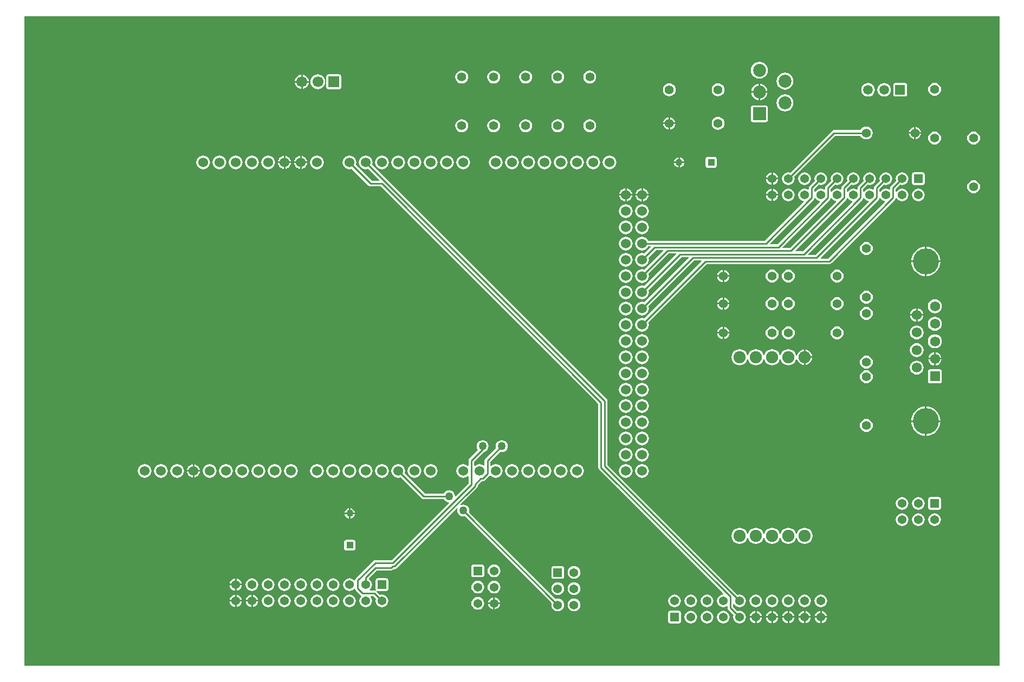
<source format=gbl>
G04 Layer_Physical_Order=4*
G04 Layer_Color=16711680*
%FSLAX25Y25*%
%MOIN*%
G70*
G01*
G75*
%ADD11C,0.01000*%
%ADD12R,0.04331X0.04331*%
%ADD13C,0.04331*%
%ADD14C,0.05512*%
%ADD15R,0.05394X0.05394*%
%ADD16C,0.05394*%
%ADD17C,0.07500*%
%ADD18C,0.06000*%
%ADD19R,0.07972X0.07972*%
%ADD20C,0.07972*%
%ADD21R,0.05937X0.05937*%
%ADD22C,0.05937*%
%ADD23R,0.04331X0.04331*%
%ADD24R,0.05394X0.05394*%
%ADD25C,0.06142*%
%ADD26R,0.06142X0.06142*%
%ADD27C,0.16008*%
%ADD28C,0.06693*%
%ADD29R,0.06693X0.06693*%
%ADD30C,0.30000*%
%ADD31C,0.05000*%
G36*
X700000Y100000D02*
X100000D01*
Y500000D01*
X700000D01*
Y100000D01*
D02*
G37*
%LPC*%
G36*
X350000Y224217D02*
X348908Y224074D01*
X347891Y223652D01*
X347018Y222982D01*
X346348Y222109D01*
X345926Y221092D01*
X345783Y220000D01*
X345926Y218909D01*
X346348Y217891D01*
X347018Y217018D01*
X347891Y216348D01*
X348908Y215927D01*
X350000Y215783D01*
X351092Y215927D01*
X352109Y216348D01*
X352982Y217018D01*
X353652Y217891D01*
X354074Y218909D01*
X354217Y220000D01*
X354074Y221092D01*
X353652Y222109D01*
X352982Y222982D01*
X352109Y223652D01*
X351092Y224074D01*
X350000Y224217D01*
D02*
G37*
G36*
X340000D02*
X338909Y224074D01*
X337891Y223652D01*
X337018Y222982D01*
X336348Y222109D01*
X335927Y221092D01*
X335783Y220000D01*
X335927Y218909D01*
X336348Y217891D01*
X337018Y217018D01*
X337891Y216348D01*
X338909Y215927D01*
X340000Y215783D01*
X341091Y215927D01*
X342109Y216348D01*
X342982Y217018D01*
X343652Y217891D01*
X344074Y218909D01*
X344217Y220000D01*
X344074Y221092D01*
X343652Y222109D01*
X342982Y222982D01*
X342109Y223652D01*
X341091Y224074D01*
X340000Y224217D01*
D02*
G37*
G36*
X410000D02*
X408909Y224074D01*
X407891Y223652D01*
X407018Y222982D01*
X406348Y222109D01*
X405927Y221092D01*
X405783Y220000D01*
X405927Y218909D01*
X406348Y217891D01*
X407018Y217018D01*
X407891Y216348D01*
X408909Y215927D01*
X410000Y215783D01*
X411092Y215927D01*
X412109Y216348D01*
X412982Y217018D01*
X413652Y217891D01*
X414074Y218909D01*
X414217Y220000D01*
X414074Y221092D01*
X413652Y222109D01*
X412982Y222982D01*
X412109Y223652D01*
X411092Y224074D01*
X410000Y224217D01*
D02*
G37*
G36*
X400000D02*
X398908Y224074D01*
X397891Y223652D01*
X397018Y222982D01*
X396348Y222109D01*
X395926Y221092D01*
X395783Y220000D01*
X395926Y218909D01*
X396348Y217891D01*
X397018Y217018D01*
X397891Y216348D01*
X398908Y215927D01*
X400000Y215783D01*
X401091Y215927D01*
X402109Y216348D01*
X402982Y217018D01*
X403652Y217891D01*
X404073Y218909D01*
X404217Y220000D01*
X404073Y221092D01*
X403652Y222109D01*
X402982Y222982D01*
X402109Y223652D01*
X401091Y224074D01*
X400000Y224217D01*
D02*
G37*
G36*
X320000D02*
X318909Y224074D01*
X317891Y223652D01*
X317018Y222982D01*
X316348Y222109D01*
X315927Y221092D01*
X315783Y220000D01*
X315927Y218909D01*
X316348Y217891D01*
X317018Y217018D01*
X317891Y216348D01*
X318909Y215927D01*
X320000Y215783D01*
X321092Y215927D01*
X322109Y216348D01*
X322982Y217018D01*
X323652Y217891D01*
X324074Y218909D01*
X324217Y220000D01*
X324074Y221092D01*
X323652Y222109D01*
X322982Y222982D01*
X322109Y223652D01*
X321092Y224074D01*
X320000Y224217D01*
D02*
G37*
G36*
X290000D02*
X288909Y224074D01*
X287891Y223652D01*
X287018Y222982D01*
X286348Y222109D01*
X285927Y221092D01*
X285783Y220000D01*
X285927Y218909D01*
X286348Y217891D01*
X287018Y217018D01*
X287891Y216348D01*
X288909Y215927D01*
X290000Y215783D01*
X291091Y215927D01*
X292109Y216348D01*
X292982Y217018D01*
X293652Y217891D01*
X294074Y218909D01*
X294217Y220000D01*
X294074Y221092D01*
X293652Y222109D01*
X292982Y222982D01*
X292109Y223652D01*
X291091Y224074D01*
X290000Y224217D01*
D02*
G37*
G36*
X280000D02*
X278908Y224074D01*
X277891Y223652D01*
X277018Y222982D01*
X276348Y222109D01*
X275926Y221092D01*
X275783Y220000D01*
X275926Y218909D01*
X276348Y217891D01*
X277018Y217018D01*
X277891Y216348D01*
X278908Y215927D01*
X280000Y215783D01*
X281091Y215927D01*
X282109Y216348D01*
X282982Y217018D01*
X283652Y217891D01*
X284073Y218909D01*
X284217Y220000D01*
X284073Y221092D01*
X283652Y222109D01*
X282982Y222982D01*
X282109Y223652D01*
X281091Y224074D01*
X280000Y224217D01*
D02*
G37*
G36*
X310000D02*
X308909Y224074D01*
X307891Y223652D01*
X307018Y222982D01*
X306348Y222109D01*
X305926Y221092D01*
X305783Y220000D01*
X305926Y218909D01*
X306348Y217891D01*
X307018Y217018D01*
X307891Y216348D01*
X308909Y215927D01*
X310000Y215783D01*
X311091Y215927D01*
X312109Y216348D01*
X312982Y217018D01*
X313652Y217891D01*
X314073Y218909D01*
X314217Y220000D01*
X314073Y221092D01*
X313652Y222109D01*
X312982Y222982D01*
X312109Y223652D01*
X311091Y224074D01*
X310000Y224217D01*
D02*
G37*
G36*
X300000D02*
X298908Y224074D01*
X297891Y223652D01*
X297018Y222982D01*
X296348Y222109D01*
X295926Y221092D01*
X295783Y220000D01*
X295926Y218909D01*
X296348Y217891D01*
X297018Y217018D01*
X297891Y216348D01*
X298908Y215927D01*
X300000Y215783D01*
X301092Y215927D01*
X302109Y216348D01*
X302982Y217018D01*
X303652Y217891D01*
X304074Y218909D01*
X304217Y220000D01*
X304074Y221092D01*
X303652Y222109D01*
X302982Y222982D01*
X302109Y223652D01*
X301092Y224074D01*
X300000Y224217D01*
D02*
G37*
G36*
X207969Y219500D02*
X204500D01*
Y216031D01*
X205044Y216103D01*
X206017Y216506D01*
X206853Y217147D01*
X207494Y217983D01*
X207897Y218956D01*
X207969Y219500D01*
D02*
G37*
G36*
X203500D02*
X200031D01*
X200103Y218956D01*
X200506Y217983D01*
X201147Y217147D01*
X201983Y216506D01*
X202956Y216103D01*
X203500Y216031D01*
Y219500D01*
D02*
G37*
G36*
X204500Y223969D02*
Y220500D01*
X207969D01*
X207897Y221044D01*
X207494Y222017D01*
X206853Y222853D01*
X206017Y223494D01*
X205044Y223897D01*
X204500Y223969D01*
D02*
G37*
G36*
X203500D02*
X202956Y223897D01*
X201983Y223494D01*
X201147Y222853D01*
X200506Y222017D01*
X200103Y221044D01*
X200031Y220500D01*
X203500D01*
Y223969D01*
D02*
G37*
G36*
X480000Y224217D02*
X478908Y224074D01*
X477891Y223652D01*
X477018Y222982D01*
X476348Y222109D01*
X475926Y221092D01*
X475783Y220000D01*
X475926Y218909D01*
X476348Y217891D01*
X477018Y217018D01*
X477891Y216348D01*
X478908Y215927D01*
X480000Y215783D01*
X481091Y215927D01*
X482109Y216348D01*
X482982Y217018D01*
X483652Y217891D01*
X484073Y218909D01*
X484217Y220000D01*
X484073Y221092D01*
X483652Y222109D01*
X482982Y222982D01*
X482109Y223652D01*
X481091Y224074D01*
X480000Y224217D01*
D02*
G37*
G36*
X430000D02*
X428908Y224074D01*
X427891Y223652D01*
X427018Y222982D01*
X426348Y222109D01*
X425926Y221092D01*
X425783Y220000D01*
X425926Y218909D01*
X426348Y217891D01*
X427018Y217018D01*
X427891Y216348D01*
X428908Y215927D01*
X430000Y215783D01*
X431091Y215927D01*
X432109Y216348D01*
X432982Y217018D01*
X433652Y217891D01*
X434073Y218909D01*
X434217Y220000D01*
X434073Y221092D01*
X433652Y222109D01*
X432982Y222982D01*
X432109Y223652D01*
X431091Y224074D01*
X430000Y224217D01*
D02*
G37*
G36*
X420000D02*
X418909Y224074D01*
X417891Y223652D01*
X417018Y222982D01*
X416348Y222109D01*
X415927Y221092D01*
X415783Y220000D01*
X415927Y218909D01*
X416348Y217891D01*
X417018Y217018D01*
X417891Y216348D01*
X418909Y215927D01*
X420000Y215783D01*
X421092Y215927D01*
X422109Y216348D01*
X422982Y217018D01*
X423652Y217891D01*
X424074Y218909D01*
X424217Y220000D01*
X424074Y221092D01*
X423652Y222109D01*
X422982Y222982D01*
X422109Y223652D01*
X421092Y224074D01*
X420000Y224217D01*
D02*
G37*
G36*
X470000D02*
X468909Y224074D01*
X467891Y223652D01*
X467018Y222982D01*
X466348Y222109D01*
X465927Y221092D01*
X465783Y220000D01*
X465927Y218909D01*
X466348Y217891D01*
X467018Y217018D01*
X467891Y216348D01*
X468909Y215927D01*
X470000Y215783D01*
X471092Y215927D01*
X472109Y216348D01*
X472982Y217018D01*
X473652Y217891D01*
X474074Y218909D01*
X474217Y220000D01*
X474074Y221092D01*
X473652Y222109D01*
X472982Y222982D01*
X472109Y223652D01*
X471092Y224074D01*
X470000Y224217D01*
D02*
G37*
G36*
X440000D02*
X438908Y224074D01*
X437891Y223652D01*
X437018Y222982D01*
X436348Y222109D01*
X435926Y221092D01*
X435783Y220000D01*
X435926Y218909D01*
X436348Y217891D01*
X437018Y217018D01*
X437891Y216348D01*
X438908Y215927D01*
X440000Y215783D01*
X441091Y215927D01*
X442109Y216348D01*
X442982Y217018D01*
X443652Y217891D01*
X444073Y218909D01*
X444217Y220000D01*
X444073Y221092D01*
X443652Y222109D01*
X442982Y222982D01*
X442109Y223652D01*
X441091Y224074D01*
X440000Y224217D01*
D02*
G37*
G36*
X640000Y203911D02*
X638988Y203778D01*
X638044Y203387D01*
X637234Y202766D01*
X636613Y201956D01*
X636222Y201012D01*
X636089Y200000D01*
X636222Y198988D01*
X636613Y198044D01*
X637234Y197234D01*
X638044Y196613D01*
X638988Y196222D01*
X640000Y196089D01*
X641012Y196222D01*
X641956Y196613D01*
X642766Y197234D01*
X643387Y198044D01*
X643778Y198988D01*
X643911Y200000D01*
X643778Y201012D01*
X643387Y201956D01*
X642766Y202766D01*
X641956Y203387D01*
X641012Y203778D01*
X640000Y203911D01*
D02*
G37*
G36*
X300697Y197025D02*
Y194398D01*
X303324D01*
X303281Y194724D01*
X302962Y195494D01*
X302454Y196155D01*
X301793Y196663D01*
X301023Y196982D01*
X300697Y197025D01*
D02*
G37*
G36*
X662697Y203901D02*
X657303D01*
X656842Y203809D01*
X656452Y203548D01*
X656191Y203158D01*
X656099Y202697D01*
Y197303D01*
X656191Y196842D01*
X656452Y196452D01*
X656842Y196191D01*
X657303Y196099D01*
X662697D01*
X663158Y196191D01*
X663548Y196452D01*
X663809Y196842D01*
X663901Y197303D01*
Y202697D01*
X663809Y203158D01*
X663548Y203548D01*
X663158Y203809D01*
X662697Y203901D01*
D02*
G37*
G36*
X650000Y203911D02*
X648988Y203778D01*
X648044Y203387D01*
X647234Y202766D01*
X646613Y201956D01*
X646222Y201012D01*
X646089Y200000D01*
X646222Y198988D01*
X646613Y198044D01*
X647234Y197234D01*
X648044Y196613D01*
X648988Y196222D01*
X650000Y196089D01*
X651012Y196222D01*
X651956Y196613D01*
X652766Y197234D01*
X653387Y198044D01*
X653778Y198988D01*
X653911Y200000D01*
X653778Y201012D01*
X653387Y201956D01*
X652766Y202766D01*
X651956Y203387D01*
X651012Y203778D01*
X650000Y203911D01*
D02*
G37*
G36*
X299697Y197025D02*
X299371Y196982D01*
X298601Y196663D01*
X297939Y196155D01*
X297432Y195494D01*
X297113Y194724D01*
X297070Y194398D01*
X299697D01*
Y197025D01*
D02*
G37*
G36*
X660000Y193911D02*
X658988Y193778D01*
X658044Y193387D01*
X657234Y192766D01*
X656613Y191956D01*
X656222Y191012D01*
X656089Y190000D01*
X656222Y188988D01*
X656613Y188044D01*
X657234Y187234D01*
X658044Y186613D01*
X658988Y186222D01*
X660000Y186089D01*
X661012Y186222D01*
X661956Y186613D01*
X662766Y187234D01*
X663387Y188044D01*
X663778Y188988D01*
X663911Y190000D01*
X663778Y191012D01*
X663387Y191956D01*
X662766Y192766D01*
X661956Y193387D01*
X661012Y193778D01*
X660000Y193911D01*
D02*
G37*
G36*
X650000D02*
X648988Y193778D01*
X648044Y193387D01*
X647234Y192766D01*
X646613Y191956D01*
X646222Y191012D01*
X646089Y190000D01*
X646222Y188988D01*
X646613Y188044D01*
X647234Y187234D01*
X648044Y186613D01*
X648988Y186222D01*
X650000Y186089D01*
X651012Y186222D01*
X651956Y186613D01*
X652766Y187234D01*
X653387Y188044D01*
X653778Y188988D01*
X653911Y190000D01*
X653778Y191012D01*
X653387Y191956D01*
X652766Y192766D01*
X651956Y193387D01*
X651012Y193778D01*
X650000Y193911D01*
D02*
G37*
G36*
X299697Y193398D02*
X297070D01*
X297113Y193071D01*
X297432Y192301D01*
X297939Y191640D01*
X298601Y191133D01*
X299371Y190814D01*
X299697Y190771D01*
Y193398D01*
D02*
G37*
G36*
X303324D02*
X300697D01*
Y190771D01*
X301023Y190814D01*
X301793Y191133D01*
X302454Y191640D01*
X302962Y192301D01*
X303281Y193071D01*
X303324Y193398D01*
D02*
G37*
G36*
X244000Y224217D02*
X242909Y224074D01*
X241891Y223652D01*
X241018Y222982D01*
X240348Y222109D01*
X239927Y221092D01*
X239783Y220000D01*
X239927Y218909D01*
X240348Y217891D01*
X241018Y217018D01*
X241891Y216348D01*
X242909Y215927D01*
X244000Y215783D01*
X245092Y215927D01*
X246109Y216348D01*
X246982Y217018D01*
X247652Y217891D01*
X248074Y218909D01*
X248217Y220000D01*
X248074Y221092D01*
X247652Y222109D01*
X246982Y222982D01*
X246109Y223652D01*
X245092Y224074D01*
X244000Y224217D01*
D02*
G37*
G36*
X234000D02*
X232909Y224074D01*
X231891Y223652D01*
X231018Y222982D01*
X230348Y222109D01*
X229926Y221092D01*
X229783Y220000D01*
X229926Y218909D01*
X230348Y217891D01*
X231018Y217018D01*
X231891Y216348D01*
X232909Y215927D01*
X234000Y215783D01*
X235091Y215927D01*
X236109Y216348D01*
X236982Y217018D01*
X237652Y217891D01*
X238073Y218909D01*
X238217Y220000D01*
X238073Y221092D01*
X237652Y222109D01*
X236982Y222982D01*
X236109Y223652D01*
X235091Y224074D01*
X234000Y224217D01*
D02*
G37*
G36*
X264000D02*
X262909Y224074D01*
X261891Y223652D01*
X261018Y222982D01*
X260348Y222109D01*
X259927Y221092D01*
X259783Y220000D01*
X259927Y218909D01*
X260348Y217891D01*
X261018Y217018D01*
X261891Y216348D01*
X262909Y215927D01*
X264000Y215783D01*
X265091Y215927D01*
X266109Y216348D01*
X266982Y217018D01*
X267652Y217891D01*
X268074Y218909D01*
X268217Y220000D01*
X268074Y221092D01*
X267652Y222109D01*
X266982Y222982D01*
X266109Y223652D01*
X265091Y224074D01*
X264000Y224217D01*
D02*
G37*
G36*
X254000D02*
X252908Y224074D01*
X251891Y223652D01*
X251018Y222982D01*
X250348Y222109D01*
X249926Y221092D01*
X249783Y220000D01*
X249926Y218909D01*
X250348Y217891D01*
X251018Y217018D01*
X251891Y216348D01*
X252908Y215927D01*
X254000Y215783D01*
X255092Y215927D01*
X256109Y216348D01*
X256982Y217018D01*
X257652Y217891D01*
X258073Y218909D01*
X258217Y220000D01*
X258073Y221092D01*
X257652Y222109D01*
X256982Y222982D01*
X256109Y223652D01*
X255092Y224074D01*
X254000Y224217D01*
D02*
G37*
G36*
X224000D02*
X222908Y224074D01*
X221891Y223652D01*
X221018Y222982D01*
X220348Y222109D01*
X219927Y221092D01*
X219783Y220000D01*
X219927Y218909D01*
X220348Y217891D01*
X221018Y217018D01*
X221891Y216348D01*
X222908Y215927D01*
X224000Y215783D01*
X225092Y215927D01*
X226109Y216348D01*
X226982Y217018D01*
X227652Y217891D01*
X228074Y218909D01*
X228217Y220000D01*
X228074Y221092D01*
X227652Y222109D01*
X226982Y222982D01*
X226109Y223652D01*
X225092Y224074D01*
X224000Y224217D01*
D02*
G37*
G36*
X184000D02*
X182908Y224074D01*
X181891Y223652D01*
X181018Y222982D01*
X180348Y222109D01*
X179927Y221092D01*
X179783Y220000D01*
X179927Y218909D01*
X180348Y217891D01*
X181018Y217018D01*
X181891Y216348D01*
X182908Y215927D01*
X184000Y215783D01*
X185091Y215927D01*
X186109Y216348D01*
X186982Y217018D01*
X187652Y217891D01*
X188074Y218909D01*
X188217Y220000D01*
X188074Y221092D01*
X187652Y222109D01*
X186982Y222982D01*
X186109Y223652D01*
X185091Y224074D01*
X184000Y224217D01*
D02*
G37*
G36*
X174000D02*
X172908Y224074D01*
X171891Y223652D01*
X171018Y222982D01*
X170348Y222109D01*
X169927Y221092D01*
X169783Y220000D01*
X169927Y218909D01*
X170348Y217891D01*
X171018Y217018D01*
X171891Y216348D01*
X172908Y215927D01*
X174000Y215783D01*
X175092Y215927D01*
X176109Y216348D01*
X176982Y217018D01*
X177652Y217891D01*
X178074Y218909D01*
X178217Y220000D01*
X178074Y221092D01*
X177652Y222109D01*
X176982Y222982D01*
X176109Y223652D01*
X175092Y224074D01*
X174000Y224217D01*
D02*
G37*
G36*
X214000D02*
X212909Y224074D01*
X211891Y223652D01*
X211018Y222982D01*
X210348Y222109D01*
X209927Y221092D01*
X209783Y220000D01*
X209927Y218909D01*
X210348Y217891D01*
X211018Y217018D01*
X211891Y216348D01*
X212909Y215927D01*
X214000Y215783D01*
X215091Y215927D01*
X216109Y216348D01*
X216982Y217018D01*
X217652Y217891D01*
X218074Y218909D01*
X218217Y220000D01*
X218074Y221092D01*
X217652Y222109D01*
X216982Y222982D01*
X216109Y223652D01*
X215091Y224074D01*
X214000Y224217D01*
D02*
G37*
G36*
X194000D02*
X192909Y224074D01*
X191891Y223652D01*
X191018Y222982D01*
X190348Y222109D01*
X189927Y221092D01*
X189783Y220000D01*
X189927Y218909D01*
X190348Y217891D01*
X191018Y217018D01*
X191891Y216348D01*
X192909Y215927D01*
X194000Y215783D01*
X195091Y215927D01*
X196109Y216348D01*
X196982Y217018D01*
X197652Y217891D01*
X198073Y218909D01*
X198217Y220000D01*
X198073Y221092D01*
X197652Y222109D01*
X196982Y222982D01*
X196109Y223652D01*
X195091Y224074D01*
X194000Y224217D01*
D02*
G37*
G36*
X584725Y289500D02*
X580500D01*
Y285275D01*
X581240Y285372D01*
X582396Y285851D01*
X583388Y286612D01*
X584149Y287604D01*
X584628Y288760D01*
X584725Y289500D01*
D02*
G37*
G36*
X664221Y288531D02*
X660681D01*
Y284991D01*
X661244Y285065D01*
X662234Y285476D01*
X663085Y286128D01*
X663737Y286979D01*
X664147Y287969D01*
X664221Y288531D01*
D02*
G37*
G36*
X480000Y294217D02*
X478908Y294074D01*
X477891Y293652D01*
X477018Y292982D01*
X476348Y292109D01*
X475926Y291091D01*
X475783Y290000D01*
X475926Y288909D01*
X476348Y287891D01*
X477018Y287018D01*
X477891Y286348D01*
X478908Y285927D01*
X480000Y285783D01*
X481091Y285927D01*
X482109Y286348D01*
X482982Y287018D01*
X483652Y287891D01*
X484073Y288909D01*
X484217Y290000D01*
X484073Y291091D01*
X483652Y292109D01*
X482982Y292982D01*
X482109Y293652D01*
X481091Y294074D01*
X480000Y294217D01*
D02*
G37*
G36*
X470000D02*
X468909Y294074D01*
X467891Y293652D01*
X467018Y292982D01*
X466348Y292109D01*
X465927Y291091D01*
X465783Y290000D01*
X465927Y288909D01*
X466348Y287891D01*
X467018Y287018D01*
X467891Y286348D01*
X468909Y285927D01*
X470000Y285783D01*
X471092Y285927D01*
X472109Y286348D01*
X472982Y287018D01*
X473652Y287891D01*
X474074Y288909D01*
X474217Y290000D01*
X474074Y291091D01*
X473652Y292109D01*
X472982Y292982D01*
X472109Y293652D01*
X471092Y294074D01*
X470000Y294217D01*
D02*
G37*
G36*
X659681Y288531D02*
X656141D01*
X656215Y287969D01*
X656625Y286979D01*
X657278Y286128D01*
X658128Y285476D01*
X659118Y285065D01*
X659681Y284991D01*
Y288531D01*
D02*
G37*
G36*
X480000Y284217D02*
X478908Y284073D01*
X477891Y283652D01*
X477018Y282982D01*
X476348Y282109D01*
X475926Y281091D01*
X475783Y280000D01*
X475926Y278908D01*
X476348Y277891D01*
X477018Y277018D01*
X477891Y276348D01*
X478908Y275926D01*
X480000Y275783D01*
X481091Y275926D01*
X482109Y276348D01*
X482982Y277018D01*
X483652Y277891D01*
X484073Y278908D01*
X484217Y280000D01*
X484073Y281091D01*
X483652Y282109D01*
X482982Y282982D01*
X482109Y283652D01*
X481091Y284073D01*
X480000Y284217D01*
D02*
G37*
G36*
X470000D02*
X468909Y284073D01*
X467891Y283652D01*
X467018Y282982D01*
X466348Y282109D01*
X465927Y281091D01*
X465783Y280000D01*
X465927Y278908D01*
X466348Y277891D01*
X467018Y277018D01*
X467891Y276348D01*
X468909Y275926D01*
X470000Y275783D01*
X471092Y275926D01*
X472109Y276348D01*
X472982Y277018D01*
X473652Y277891D01*
X474074Y278908D01*
X474217Y280000D01*
X474074Y281091D01*
X473652Y282109D01*
X472982Y282982D01*
X472109Y283652D01*
X471092Y284073D01*
X470000Y284217D01*
D02*
G37*
G36*
X618000Y290971D02*
X616972Y290836D01*
X616014Y290439D01*
X615192Y289808D01*
X614561Y288985D01*
X614164Y288028D01*
X614029Y287000D01*
X614164Y285972D01*
X614561Y285015D01*
X615192Y284192D01*
X616014Y283561D01*
X616972Y283164D01*
X618000Y283029D01*
X619028Y283164D01*
X619985Y283561D01*
X620808Y284192D01*
X621439Y285015D01*
X621836Y285972D01*
X621971Y287000D01*
X621836Y288028D01*
X621439Y288985D01*
X620808Y289808D01*
X619985Y290439D01*
X619028Y290836D01*
X618000Y290971D01*
D02*
G37*
G36*
X649000Y287926D02*
X647890Y287780D01*
X646856Y287352D01*
X645967Y286670D01*
X645286Y285782D01*
X644858Y284748D01*
X644711Y283638D01*
X644858Y282528D01*
X645286Y281493D01*
X645967Y280605D01*
X646856Y279924D01*
X647890Y279495D01*
X649000Y279349D01*
X650110Y279495D01*
X651144Y279924D01*
X652033Y280605D01*
X652714Y281493D01*
X653142Y282528D01*
X653289Y283638D01*
X653142Y284748D01*
X652714Y285782D01*
X652033Y286670D01*
X651144Y287352D01*
X650110Y287780D01*
X649000Y287926D01*
D02*
G37*
G36*
X470000Y304217D02*
X468909Y304074D01*
X467891Y303652D01*
X467018Y302982D01*
X466348Y302109D01*
X465927Y301092D01*
X465783Y300000D01*
X465927Y298908D01*
X466348Y297891D01*
X467018Y297018D01*
X467891Y296348D01*
X468909Y295926D01*
X470000Y295783D01*
X471092Y295926D01*
X472109Y296348D01*
X472982Y297018D01*
X473652Y297891D01*
X474074Y298908D01*
X474217Y300000D01*
X474074Y301092D01*
X473652Y302109D01*
X472982Y302982D01*
X472109Y303652D01*
X471092Y304074D01*
X470000Y304217D01*
D02*
G37*
G36*
X660181Y304107D02*
X659071Y303961D01*
X658037Y303533D01*
X657149Y302851D01*
X656467Y301963D01*
X656039Y300929D01*
X655893Y299819D01*
X656039Y298709D01*
X656467Y297675D01*
X657149Y296786D01*
X658037Y296105D01*
X659071Y295676D01*
X660181Y295530D01*
X661291Y295676D01*
X662325Y296105D01*
X663214Y296786D01*
X663895Y297675D01*
X664324Y298709D01*
X664470Y299819D01*
X664324Y300929D01*
X663895Y301963D01*
X663214Y302851D01*
X662325Y303533D01*
X661291Y303961D01*
X660181Y304107D01*
D02*
G37*
G36*
X649000Y309501D02*
X647890Y309355D01*
X646856Y308927D01*
X645967Y308245D01*
X645286Y307357D01*
X644858Y306323D01*
X644711Y305213D01*
X644858Y304103D01*
X645286Y303068D01*
X645967Y302180D01*
X646856Y301499D01*
X647890Y301070D01*
X649000Y300924D01*
X650110Y301070D01*
X651144Y301499D01*
X652033Y302180D01*
X652714Y303068D01*
X653142Y304103D01*
X653289Y305213D01*
X653142Y306323D01*
X652714Y307357D01*
X652033Y308245D01*
X651144Y308927D01*
X650110Y309355D01*
X649000Y309501D01*
D02*
G37*
G36*
X480000Y304217D02*
X478908Y304074D01*
X477891Y303652D01*
X477018Y302982D01*
X476348Y302109D01*
X475926Y301092D01*
X475783Y300000D01*
X475926Y298908D01*
X476348Y297891D01*
X477018Y297018D01*
X477891Y296348D01*
X478908Y295926D01*
X480000Y295783D01*
X481091Y295926D01*
X482109Y296348D01*
X482982Y297018D01*
X483652Y297891D01*
X484073Y298908D01*
X484217Y300000D01*
X484073Y301092D01*
X483652Y302109D01*
X482982Y302982D01*
X482109Y303652D01*
X481091Y304074D01*
X480000Y304217D01*
D02*
G37*
G36*
X570000Y294974D02*
X568713Y294804D01*
X567513Y294307D01*
X566483Y293517D01*
X565693Y292487D01*
X565266Y291457D01*
X564734D01*
X564307Y292487D01*
X563517Y293517D01*
X562487Y294307D01*
X561287Y294804D01*
X560000Y294974D01*
X558713Y294804D01*
X557513Y294307D01*
X556483Y293517D01*
X555693Y292487D01*
X555266Y291457D01*
X554734D01*
X554307Y292487D01*
X553517Y293517D01*
X552487Y294307D01*
X551287Y294804D01*
X550000Y294974D01*
X548713Y294804D01*
X547513Y294307D01*
X546483Y293517D01*
X545693Y292487D01*
X545266Y291457D01*
X544734D01*
X544307Y292487D01*
X543517Y293517D01*
X542487Y294307D01*
X541287Y294804D01*
X540000Y294974D01*
X538713Y294804D01*
X537513Y294307D01*
X536483Y293517D01*
X535693Y292487D01*
X535196Y291287D01*
X535026Y290000D01*
X535196Y288713D01*
X535693Y287513D01*
X536483Y286483D01*
X537513Y285693D01*
X538713Y285196D01*
X540000Y285026D01*
X541287Y285196D01*
X542487Y285693D01*
X543517Y286483D01*
X544307Y287513D01*
X544734Y288543D01*
X545266D01*
X545693Y287513D01*
X546483Y286483D01*
X547513Y285693D01*
X548713Y285196D01*
X550000Y285026D01*
X551287Y285196D01*
X552487Y285693D01*
X553517Y286483D01*
X554307Y287513D01*
X554734Y288543D01*
X555266D01*
X555693Y287513D01*
X556483Y286483D01*
X557513Y285693D01*
X558713Y285196D01*
X560000Y285026D01*
X561287Y285196D01*
X562487Y285693D01*
X563517Y286483D01*
X564307Y287513D01*
X564734Y288543D01*
X565266D01*
X565693Y287513D01*
X566483Y286483D01*
X567513Y285693D01*
X568713Y285196D01*
X570000Y285026D01*
X571287Y285196D01*
X572487Y285693D01*
X573517Y286483D01*
X574307Y287513D01*
X574804Y288713D01*
X574839Y288979D01*
X575344D01*
X575372Y288760D01*
X575851Y287604D01*
X576612Y286612D01*
X577604Y285851D01*
X578760Y285372D01*
X579500Y285275D01*
Y290000D01*
Y294725D01*
X578760Y294628D01*
X577604Y294149D01*
X576612Y293388D01*
X575851Y292395D01*
X575372Y291240D01*
X575344Y291021D01*
X574839D01*
X574804Y291287D01*
X574307Y292487D01*
X573517Y293517D01*
X572487Y294307D01*
X571287Y294804D01*
X570000Y294974D01*
D02*
G37*
G36*
X660681Y293072D02*
Y289531D01*
X664221D01*
X664147Y290094D01*
X663737Y291085D01*
X663085Y291935D01*
X662234Y292587D01*
X661244Y292998D01*
X660681Y293072D01*
D02*
G37*
G36*
X659681Y293072D02*
X659118Y292998D01*
X658128Y292587D01*
X657278Y291935D01*
X656625Y291085D01*
X656215Y290094D01*
X656141Y289531D01*
X659681D01*
Y293072D01*
D02*
G37*
G36*
X580500Y294725D02*
Y290500D01*
X584725D01*
X584628Y291240D01*
X584149Y292395D01*
X583388Y293388D01*
X582396Y294149D01*
X581240Y294628D01*
X580500Y294725D01*
D02*
G37*
G36*
X649000Y298714D02*
X647890Y298568D01*
X646856Y298139D01*
X645967Y297458D01*
X645286Y296569D01*
X644858Y295535D01*
X644711Y294425D01*
X644858Y293315D01*
X645286Y292281D01*
X645967Y291393D01*
X646856Y290711D01*
X647890Y290283D01*
X649000Y290137D01*
X650110Y290283D01*
X651144Y290711D01*
X652033Y291393D01*
X652714Y292281D01*
X653142Y293315D01*
X653289Y294425D01*
X653142Y295535D01*
X652714Y296569D01*
X652033Y297458D01*
X651144Y298139D01*
X650110Y298568D01*
X649000Y298714D01*
D02*
G37*
G36*
X663589Y250146D02*
X655091D01*
Y241647D01*
X656356Y241772D01*
X658053Y242287D01*
X659617Y243123D01*
X660988Y244248D01*
X662113Y245619D01*
X662949Y247183D01*
X663464Y248881D01*
X663589Y250146D01*
D02*
G37*
G36*
X654090D02*
X645592D01*
X645717Y248881D01*
X646232Y247183D01*
X647068Y245619D01*
X648193Y244248D01*
X649564Y243123D01*
X651128Y242287D01*
X652825Y241772D01*
X654090Y241647D01*
Y250146D01*
D02*
G37*
G36*
X470000Y254217D02*
X468909Y254074D01*
X467891Y253652D01*
X467018Y252982D01*
X466348Y252109D01*
X465927Y251092D01*
X465783Y250000D01*
X465927Y248908D01*
X466348Y247891D01*
X467018Y247018D01*
X467891Y246348D01*
X468909Y245926D01*
X470000Y245783D01*
X471092Y245926D01*
X472109Y246348D01*
X472982Y247018D01*
X473652Y247891D01*
X474074Y248908D01*
X474217Y250000D01*
X474074Y251092D01*
X473652Y252109D01*
X472982Y252982D01*
X472109Y253652D01*
X471092Y254074D01*
X470000Y254217D01*
D02*
G37*
G36*
X618000Y251971D02*
X616972Y251836D01*
X616014Y251439D01*
X615192Y250808D01*
X614561Y249986D01*
X614164Y249028D01*
X614029Y248000D01*
X614164Y246972D01*
X614561Y246014D01*
X615192Y245192D01*
X616014Y244561D01*
X616972Y244164D01*
X618000Y244029D01*
X619028Y244164D01*
X619985Y244561D01*
X620808Y245192D01*
X621439Y246014D01*
X621836Y246972D01*
X621971Y248000D01*
X621836Y249028D01*
X621439Y249986D01*
X620808Y250808D01*
X619985Y251439D01*
X619028Y251836D01*
X618000Y251971D01*
D02*
G37*
G36*
X480000Y244217D02*
X478908Y244074D01*
X477891Y243652D01*
X477018Y242982D01*
X476348Y242109D01*
X475926Y241091D01*
X475783Y240000D01*
X475926Y238909D01*
X476348Y237891D01*
X477018Y237018D01*
X477891Y236348D01*
X478908Y235927D01*
X480000Y235783D01*
X481091Y235927D01*
X482109Y236348D01*
X482982Y237018D01*
X483652Y237891D01*
X484073Y238909D01*
X484217Y240000D01*
X484073Y241091D01*
X483652Y242109D01*
X482982Y242982D01*
X482109Y243652D01*
X481091Y244074D01*
X480000Y244217D01*
D02*
G37*
G36*
X470000Y234217D02*
X468909Y234073D01*
X467891Y233652D01*
X467018Y232982D01*
X466348Y232109D01*
X465927Y231091D01*
X465783Y230000D01*
X465927Y228908D01*
X466348Y227891D01*
X467018Y227018D01*
X467891Y226348D01*
X468909Y225926D01*
X470000Y225783D01*
X471092Y225926D01*
X472109Y226348D01*
X472982Y227018D01*
X473652Y227891D01*
X474074Y228908D01*
X474217Y230000D01*
X474074Y231091D01*
X473652Y232109D01*
X472982Y232982D01*
X472109Y233652D01*
X471092Y234073D01*
X470000Y234217D01*
D02*
G37*
G36*
X393701Y238949D02*
X392740Y238823D01*
X391844Y238452D01*
X391075Y237862D01*
X390485Y237093D01*
X390114Y236197D01*
X389988Y235236D01*
X390114Y234275D01*
X390173Y234133D01*
X383630Y227590D01*
X383259Y227034D01*
X383128Y226378D01*
Y223500D01*
X382628Y223253D01*
X382109Y223652D01*
X381091Y224074D01*
X380000Y224217D01*
X378908Y224074D01*
X377891Y223652D01*
X377214Y223132D01*
X376714Y223379D01*
Y225668D01*
X382672Y231626D01*
X382851Y231650D01*
X383746Y232021D01*
X384515Y232611D01*
X385105Y233380D01*
X385476Y234275D01*
X385603Y235236D01*
X385476Y236197D01*
X385105Y237093D01*
X384515Y237862D01*
X383746Y238452D01*
X382851Y238823D01*
X381890Y238949D01*
X380929Y238823D01*
X380033Y238452D01*
X379264Y237862D01*
X378674Y237093D01*
X378303Y236197D01*
X378177Y235236D01*
X378303Y234275D01*
X378674Y233380D01*
X379067Y232869D01*
X373788Y227590D01*
X373416Y227034D01*
X373286Y226378D01*
Y223379D01*
X372786Y223132D01*
X372109Y223652D01*
X371092Y224074D01*
X370000Y224217D01*
X368909Y224074D01*
X367891Y223652D01*
X367018Y222982D01*
X366348Y222109D01*
X365927Y221092D01*
X365783Y220000D01*
X365927Y218909D01*
X366348Y217891D01*
X367018Y217018D01*
X367891Y216348D01*
X368909Y215927D01*
X370000Y215783D01*
X371092Y215927D01*
X372109Y216348D01*
X372786Y216868D01*
X373286Y216621D01*
Y212324D01*
X365426Y204465D01*
X364902Y204647D01*
X364807Y205370D01*
X364436Y206266D01*
X363846Y207035D01*
X363077Y207625D01*
X362181Y207996D01*
X361221Y208122D01*
X360260Y207996D01*
X359364Y207625D01*
X358595Y207035D01*
X358005Y206266D01*
X357946Y206123D01*
X346301D01*
X333910Y218514D01*
X334073Y218909D01*
X334217Y220000D01*
X334073Y221092D01*
X333652Y222109D01*
X332982Y222982D01*
X332109Y223652D01*
X331091Y224074D01*
X330000Y224217D01*
X328908Y224074D01*
X327891Y223652D01*
X327018Y222982D01*
X326348Y222109D01*
X325926Y221092D01*
X325783Y220000D01*
X325926Y218909D01*
X326348Y217891D01*
X327018Y217018D01*
X327891Y216348D01*
X328908Y215927D01*
X330000Y215783D01*
X331091Y215927D01*
X331486Y216090D01*
X344378Y203198D01*
X344935Y202826D01*
X345590Y202695D01*
X357946D01*
X358005Y202553D01*
X358595Y201784D01*
X359364Y201194D01*
X360260Y200823D01*
X360983Y200728D01*
X361165Y200204D01*
X326062Y165100D01*
X315945D01*
X315289Y164969D01*
X314733Y164598D01*
X303906Y153771D01*
X303535Y153215D01*
X303435Y152715D01*
X303020Y152573D01*
X302911Y152576D01*
X302766Y152766D01*
X301956Y153387D01*
X301012Y153778D01*
X300000Y153911D01*
X298988Y153778D01*
X298044Y153387D01*
X297234Y152766D01*
X296613Y151956D01*
X296222Y151012D01*
X296089Y150000D01*
X296222Y148988D01*
X296613Y148044D01*
X297234Y147234D01*
X298044Y146613D01*
X298988Y146222D01*
X300000Y146089D01*
X301012Y146222D01*
X301956Y146613D01*
X302766Y147234D01*
X302932Y147450D01*
X303466Y147326D01*
X303535Y146982D01*
X303906Y146426D01*
X306859Y143473D01*
X307113Y143303D01*
X307175Y143028D01*
X307168Y142680D01*
X306613Y141956D01*
X306222Y141012D01*
X306089Y140000D01*
X306222Y138988D01*
X306613Y138044D01*
X307234Y137234D01*
X308044Y136613D01*
X308988Y136222D01*
X310000Y136089D01*
X311012Y136222D01*
X311956Y136613D01*
X312766Y137234D01*
X313387Y138044D01*
X313778Y138988D01*
X313911Y140000D01*
X313778Y141012D01*
X313387Y141956D01*
X312992Y142471D01*
X313239Y142971D01*
X314605D01*
X316322Y141254D01*
X316222Y141012D01*
X316089Y140000D01*
X316222Y138988D01*
X316613Y138044D01*
X317234Y137234D01*
X318044Y136613D01*
X318988Y136222D01*
X320000Y136089D01*
X321012Y136222D01*
X321956Y136613D01*
X322766Y137234D01*
X323387Y138044D01*
X323778Y138988D01*
X323911Y140000D01*
X323778Y141012D01*
X323387Y141956D01*
X322766Y142766D01*
X321956Y143387D01*
X321012Y143778D01*
X320000Y143911D01*
X318988Y143778D01*
X318746Y143678D01*
X316682Y145742D01*
X316965Y146166D01*
X317303Y146099D01*
X322697D01*
X323158Y146191D01*
X323548Y146452D01*
X323809Y146842D01*
X323901Y147303D01*
Y152697D01*
X323809Y153158D01*
X323548Y153548D01*
X323158Y153809D01*
X322697Y153901D01*
X317303D01*
X316842Y153809D01*
X316452Y153548D01*
X316191Y153158D01*
X316099Y152697D01*
Y147303D01*
X316191Y146842D01*
X316334Y146627D01*
X315974Y146267D01*
X315971Y146269D01*
X315315Y146399D01*
X312499D01*
X312329Y146899D01*
X312766Y147234D01*
X313387Y148044D01*
X313778Y148988D01*
X313911Y150000D01*
X313778Y151012D01*
X313387Y151956D01*
X312766Y152766D01*
X312072Y153298D01*
X311974Y153719D01*
X311984Y153917D01*
X316787Y158719D01*
X325787D01*
X326443Y158850D01*
X326999Y159221D01*
X327269Y159491D01*
X327675D01*
X328331Y159621D01*
X328887Y159993D01*
X366336Y197442D01*
X366760Y197159D01*
X366492Y196512D01*
X366366Y195551D01*
X366492Y194590D01*
X366863Y193695D01*
X367453Y192926D01*
X368222Y192336D01*
X369118Y191965D01*
X370079Y191838D01*
X371040Y191965D01*
X371182Y192024D01*
X424472Y138734D01*
X424371Y138493D01*
X424238Y137480D01*
X424371Y136468D01*
X424762Y135525D01*
X425384Y134714D01*
X426194Y134093D01*
X427137Y133702D01*
X428150Y133569D01*
X429162Y133702D01*
X430105Y134093D01*
X430915Y134714D01*
X431537Y135525D01*
X431928Y136468D01*
X432061Y137480D01*
X431928Y138493D01*
X431537Y139436D01*
X430915Y140246D01*
X430105Y140868D01*
X429162Y141258D01*
X428150Y141392D01*
X427137Y141258D01*
X426896Y141158D01*
X373606Y194448D01*
X373665Y194590D01*
X373792Y195551D01*
X373665Y196512D01*
X373294Y197408D01*
X372704Y198177D01*
X371935Y198767D01*
X371040Y199137D01*
X370079Y199264D01*
X369118Y199137D01*
X368471Y198870D01*
X368188Y199294D01*
X378393Y209499D01*
X378765Y210055D01*
X378895Y210711D01*
Y211117D01*
X381383Y213605D01*
X381939D01*
X382595Y213735D01*
X383151Y214107D01*
X386054Y217010D01*
X386212Y217247D01*
X386827Y217267D01*
X387018Y217018D01*
X387891Y216348D01*
X388909Y215927D01*
X390000Y215783D01*
X391091Y215927D01*
X392109Y216348D01*
X392982Y217018D01*
X393652Y217891D01*
X394074Y218909D01*
X394217Y220000D01*
X394074Y221092D01*
X393652Y222109D01*
X392982Y222982D01*
X392109Y223652D01*
X391091Y224074D01*
X390000Y224217D01*
X388909Y224074D01*
X387891Y223652D01*
X387057Y223012D01*
X386771Y223066D01*
X386557Y223139D01*
Y225668D01*
X392597Y231709D01*
X392740Y231650D01*
X393701Y231523D01*
X394662Y231650D01*
X395557Y232021D01*
X396326Y232611D01*
X396916Y233380D01*
X397287Y234275D01*
X397414Y235236D01*
X397287Y236197D01*
X396916Y237093D01*
X396326Y237862D01*
X395557Y238452D01*
X394662Y238823D01*
X393701Y238949D01*
D02*
G37*
G36*
X470000Y244217D02*
X468909Y244074D01*
X467891Y243652D01*
X467018Y242982D01*
X466348Y242109D01*
X465927Y241091D01*
X465783Y240000D01*
X465927Y238909D01*
X466348Y237891D01*
X467018Y237018D01*
X467891Y236348D01*
X468909Y235927D01*
X470000Y235783D01*
X471092Y235927D01*
X472109Y236348D01*
X472982Y237018D01*
X473652Y237891D01*
X474074Y238909D01*
X474217Y240000D01*
X474074Y241091D01*
X473652Y242109D01*
X472982Y242982D01*
X472109Y243652D01*
X471092Y244074D01*
X470000Y244217D01*
D02*
G37*
G36*
X480000Y234217D02*
X478908Y234073D01*
X477891Y233652D01*
X477018Y232982D01*
X476348Y232109D01*
X475926Y231091D01*
X475783Y230000D01*
X475926Y228908D01*
X476348Y227891D01*
X477018Y227018D01*
X477891Y226348D01*
X478908Y225926D01*
X480000Y225783D01*
X481091Y225926D01*
X482109Y226348D01*
X482982Y227018D01*
X483652Y227891D01*
X484073Y228908D01*
X484217Y230000D01*
X484073Y231091D01*
X483652Y232109D01*
X482982Y232982D01*
X482109Y233652D01*
X481091Y234073D01*
X480000Y234217D01*
D02*
G37*
G36*
Y274217D02*
X478908Y274074D01*
X477891Y273652D01*
X477018Y272982D01*
X476348Y272109D01*
X475926Y271092D01*
X475783Y270000D01*
X475926Y268909D01*
X476348Y267891D01*
X477018Y267018D01*
X477891Y266348D01*
X478908Y265927D01*
X480000Y265783D01*
X481091Y265927D01*
X482109Y266348D01*
X482982Y267018D01*
X483652Y267891D01*
X484073Y268909D01*
X484217Y270000D01*
X484073Y271092D01*
X483652Y272109D01*
X482982Y272982D01*
X482109Y273652D01*
X481091Y274074D01*
X480000Y274217D01*
D02*
G37*
G36*
X470000D02*
X468909Y274074D01*
X467891Y273652D01*
X467018Y272982D01*
X466348Y272109D01*
X465927Y271092D01*
X465783Y270000D01*
X465927Y268909D01*
X466348Y267891D01*
X467018Y267018D01*
X467891Y266348D01*
X468909Y265927D01*
X470000Y265783D01*
X471092Y265927D01*
X472109Y266348D01*
X472982Y267018D01*
X473652Y267891D01*
X474074Y268909D01*
X474217Y270000D01*
X474074Y271092D01*
X473652Y272109D01*
X472982Y272982D01*
X472109Y273652D01*
X471092Y274074D01*
X470000Y274217D01*
D02*
G37*
G36*
X618000Y281971D02*
X616972Y281836D01*
X616014Y281439D01*
X615192Y280808D01*
X614561Y279985D01*
X614164Y279028D01*
X614029Y278000D01*
X614164Y276972D01*
X614561Y276014D01*
X615192Y275192D01*
X616014Y274561D01*
X616972Y274164D01*
X618000Y274029D01*
X619028Y274164D01*
X619985Y274561D01*
X620808Y275192D01*
X621439Y276014D01*
X621836Y276972D01*
X621971Y278000D01*
X621836Y279028D01*
X621439Y279985D01*
X620808Y280808D01*
X619985Y281439D01*
X619028Y281836D01*
X618000Y281971D01*
D02*
G37*
G36*
X663252Y282519D02*
X657110D01*
X656649Y282428D01*
X656259Y282167D01*
X655998Y281776D01*
X655906Y281315D01*
Y275173D01*
X655998Y274712D01*
X656259Y274322D01*
X656649Y274061D01*
X657110Y273969D01*
X663252D01*
X663713Y274061D01*
X664104Y274322D01*
X664364Y274712D01*
X664456Y275173D01*
Y281315D01*
X664364Y281776D01*
X664104Y282167D01*
X663713Y282428D01*
X663252Y282519D01*
D02*
G37*
G36*
X480000Y264217D02*
X478908Y264073D01*
X477891Y263652D01*
X477018Y262982D01*
X476348Y262109D01*
X475926Y261091D01*
X475783Y260000D01*
X475926Y258909D01*
X476348Y257891D01*
X477018Y257018D01*
X477891Y256348D01*
X478908Y255926D01*
X480000Y255783D01*
X481091Y255926D01*
X482109Y256348D01*
X482982Y257018D01*
X483652Y257891D01*
X484073Y258909D01*
X484217Y260000D01*
X484073Y261091D01*
X483652Y262109D01*
X482982Y262982D01*
X482109Y263652D01*
X481091Y264073D01*
X480000Y264217D01*
D02*
G37*
G36*
X654090Y259644D02*
X652825Y259519D01*
X651128Y259004D01*
X649564Y258168D01*
X648193Y257043D01*
X647068Y255672D01*
X646232Y254108D01*
X645717Y252411D01*
X645592Y251146D01*
X654090D01*
Y259644D01*
D02*
G37*
G36*
X480000Y254217D02*
X478908Y254074D01*
X477891Y253652D01*
X477018Y252982D01*
X476348Y252109D01*
X475926Y251092D01*
X475783Y250000D01*
X475926Y248908D01*
X476348Y247891D01*
X477018Y247018D01*
X477891Y246348D01*
X478908Y245926D01*
X480000Y245783D01*
X481091Y245926D01*
X482109Y246348D01*
X482982Y247018D01*
X483652Y247891D01*
X484073Y248908D01*
X484217Y250000D01*
X484073Y251092D01*
X483652Y252109D01*
X482982Y252982D01*
X482109Y253652D01*
X481091Y254074D01*
X480000Y254217D01*
D02*
G37*
G36*
X470000Y264217D02*
X468909Y264073D01*
X467891Y263652D01*
X467018Y262982D01*
X466348Y262109D01*
X465927Y261091D01*
X465783Y260000D01*
X465927Y258909D01*
X466348Y257891D01*
X467018Y257018D01*
X467891Y256348D01*
X468909Y255926D01*
X470000Y255783D01*
X471092Y255926D01*
X472109Y256348D01*
X472982Y257018D01*
X473652Y257891D01*
X474074Y258909D01*
X474217Y260000D01*
X474074Y261091D01*
X473652Y262109D01*
X472982Y262982D01*
X472109Y263652D01*
X471092Y264073D01*
X470000Y264217D01*
D02*
G37*
G36*
X655091Y259644D02*
Y251146D01*
X663589D01*
X663464Y252411D01*
X662949Y254108D01*
X662113Y255672D01*
X660988Y257043D01*
X659617Y258168D01*
X658053Y259004D01*
X656356Y259519D01*
X655091Y259644D01*
D02*
G37*
G36*
X640000Y193911D02*
X638988Y193778D01*
X638044Y193387D01*
X637234Y192766D01*
X636613Y191956D01*
X636222Y191012D01*
X636089Y190000D01*
X636222Y188988D01*
X636613Y188044D01*
X637234Y187234D01*
X638044Y186613D01*
X638988Y186222D01*
X640000Y186089D01*
X641012Y186222D01*
X641956Y186613D01*
X642766Y187234D01*
X643387Y188044D01*
X643778Y188988D01*
X643911Y190000D01*
X643778Y191012D01*
X643387Y191956D01*
X642766Y192766D01*
X641956Y193387D01*
X641012Y193778D01*
X640000Y193911D01*
D02*
G37*
G36*
X438150Y141392D02*
X437137Y141258D01*
X436194Y140868D01*
X435384Y140246D01*
X434762Y139436D01*
X434372Y138493D01*
X434238Y137480D01*
X434372Y136468D01*
X434762Y135525D01*
X435384Y134714D01*
X436194Y134093D01*
X437137Y133702D01*
X438150Y133569D01*
X439162Y133702D01*
X440105Y134093D01*
X440915Y134714D01*
X441537Y135525D01*
X441928Y136468D01*
X442061Y137480D01*
X441928Y138493D01*
X441537Y139436D01*
X440915Y140246D01*
X440105Y140868D01*
X439162Y141258D01*
X438150Y141392D01*
D02*
G37*
G36*
X590500Y133663D02*
Y130500D01*
X593663D01*
X593602Y130965D01*
X593229Y131864D01*
X592637Y132637D01*
X591864Y133229D01*
X590965Y133602D01*
X590500Y133663D01*
D02*
G37*
G36*
X392600Y137965D02*
X389437D01*
Y134802D01*
X389902Y134863D01*
X390801Y135235D01*
X391574Y135828D01*
X392166Y136600D01*
X392539Y137499D01*
X392600Y137965D01*
D02*
G37*
G36*
X378937Y142376D02*
X377925Y142243D01*
X376981Y141852D01*
X376171Y141230D01*
X375550Y140420D01*
X375159Y139477D01*
X375026Y138465D01*
X375159Y137452D01*
X375550Y136509D01*
X376171Y135699D01*
X376981Y135077D01*
X377925Y134686D01*
X378937Y134553D01*
X379949Y134686D01*
X380893Y135077D01*
X381703Y135699D01*
X382324Y136509D01*
X382715Y137452D01*
X382848Y138465D01*
X382715Y139477D01*
X382324Y140420D01*
X381703Y141230D01*
X380893Y141852D01*
X379949Y142243D01*
X378937Y142376D01*
D02*
G37*
G36*
X589500Y133663D02*
X589035Y133602D01*
X588136Y133229D01*
X587363Y132637D01*
X586771Y131864D01*
X586398Y130965D01*
X586337Y130500D01*
X589500D01*
Y133663D01*
D02*
G37*
G36*
X570500D02*
Y130500D01*
X573663D01*
X573602Y130965D01*
X573229Y131864D01*
X572637Y132637D01*
X571864Y133229D01*
X570965Y133602D01*
X570500Y133663D01*
D02*
G37*
G36*
X569500D02*
X569035Y133602D01*
X568136Y133229D01*
X567363Y132637D01*
X566771Y131864D01*
X566398Y130965D01*
X566337Y130500D01*
X569500D01*
Y133663D01*
D02*
G37*
G36*
X580500D02*
Y130500D01*
X583663D01*
X583602Y130965D01*
X583229Y131864D01*
X582637Y132637D01*
X581864Y133229D01*
X580965Y133602D01*
X580500Y133663D01*
D02*
G37*
G36*
X579500D02*
X579035Y133602D01*
X578136Y133229D01*
X577363Y132637D01*
X576771Y131864D01*
X576398Y130965D01*
X576337Y130500D01*
X579500D01*
Y133663D01*
D02*
G37*
G36*
X300000Y143911D02*
X298988Y143778D01*
X298044Y143387D01*
X297234Y142766D01*
X296613Y141956D01*
X296222Y141012D01*
X296089Y140000D01*
X296222Y138988D01*
X296613Y138044D01*
X297234Y137234D01*
X298044Y136613D01*
X298988Y136222D01*
X300000Y136089D01*
X301012Y136222D01*
X301956Y136613D01*
X302766Y137234D01*
X303387Y138044D01*
X303778Y138988D01*
X303911Y140000D01*
X303778Y141012D01*
X303387Y141956D01*
X302766Y142766D01*
X301956Y143387D01*
X301012Y143778D01*
X300000Y143911D01*
D02*
G37*
G36*
X290000D02*
X288988Y143778D01*
X288044Y143387D01*
X287234Y142766D01*
X286613Y141956D01*
X286222Y141012D01*
X286089Y140000D01*
X286222Y138988D01*
X286613Y138044D01*
X287234Y137234D01*
X288044Y136613D01*
X288988Y136222D01*
X290000Y136089D01*
X291012Y136222D01*
X291956Y136613D01*
X292766Y137234D01*
X293387Y138044D01*
X293778Y138988D01*
X293911Y140000D01*
X293778Y141012D01*
X293387Y141956D01*
X292766Y142766D01*
X291956Y143387D01*
X291012Y143778D01*
X290000Y143911D01*
D02*
G37*
G36*
X510000D02*
X508988Y143778D01*
X508044Y143387D01*
X507234Y142766D01*
X506613Y141956D01*
X506222Y141012D01*
X506089Y140000D01*
X506222Y138988D01*
X506613Y138044D01*
X507234Y137234D01*
X508044Y136613D01*
X508988Y136222D01*
X510000Y136089D01*
X511012Y136222D01*
X511956Y136613D01*
X512766Y137234D01*
X513387Y138044D01*
X513778Y138988D01*
X513911Y140000D01*
X513778Y141012D01*
X513387Y141956D01*
X512766Y142766D01*
X511956Y143387D01*
X511012Y143778D01*
X510000Y143911D01*
D02*
G37*
G36*
X500000D02*
X498988Y143778D01*
X498044Y143387D01*
X497234Y142766D01*
X496613Y141956D01*
X496222Y141012D01*
X496089Y140000D01*
X496222Y138988D01*
X496613Y138044D01*
X497234Y137234D01*
X498044Y136613D01*
X498988Y136222D01*
X500000Y136089D01*
X501012Y136222D01*
X501956Y136613D01*
X502766Y137234D01*
X503387Y138044D01*
X503778Y138988D01*
X503911Y140000D01*
X503778Y141012D01*
X503387Y141956D01*
X502766Y142766D01*
X501956Y143387D01*
X501012Y143778D01*
X500000Y143911D01*
D02*
G37*
G36*
X280000D02*
X278988Y143778D01*
X278044Y143387D01*
X277234Y142766D01*
X276613Y141956D01*
X276222Y141012D01*
X276089Y140000D01*
X276222Y138988D01*
X276613Y138044D01*
X277234Y137234D01*
X278044Y136613D01*
X278988Y136222D01*
X280000Y136089D01*
X281012Y136222D01*
X281956Y136613D01*
X282766Y137234D01*
X283387Y138044D01*
X283778Y138988D01*
X283911Y140000D01*
X283778Y141012D01*
X283387Y141956D01*
X282766Y142766D01*
X281956Y143387D01*
X281012Y143778D01*
X280000Y143911D01*
D02*
G37*
G36*
X250000D02*
X248988Y143778D01*
X248044Y143387D01*
X247234Y142766D01*
X246613Y141956D01*
X246222Y141012D01*
X246089Y140000D01*
X246222Y138988D01*
X246613Y138044D01*
X247234Y137234D01*
X248044Y136613D01*
X248988Y136222D01*
X250000Y136089D01*
X251012Y136222D01*
X251956Y136613D01*
X252766Y137234D01*
X253387Y138044D01*
X253778Y138988D01*
X253911Y140000D01*
X253778Y141012D01*
X253387Y141956D01*
X252766Y142766D01*
X251956Y143387D01*
X251012Y143778D01*
X250000Y143911D01*
D02*
G37*
G36*
X388437Y137965D02*
X385274D01*
X385335Y137499D01*
X385708Y136600D01*
X386300Y135828D01*
X387073Y135235D01*
X387972Y134863D01*
X388437Y134802D01*
Y137965D01*
D02*
G37*
G36*
X270000Y143911D02*
X268988Y143778D01*
X268044Y143387D01*
X267234Y142766D01*
X266613Y141956D01*
X266222Y141012D01*
X266089Y140000D01*
X266222Y138988D01*
X266613Y138044D01*
X267234Y137234D01*
X268044Y136613D01*
X268988Y136222D01*
X270000Y136089D01*
X271012Y136222D01*
X271956Y136613D01*
X272766Y137234D01*
X273387Y138044D01*
X273778Y138988D01*
X273911Y140000D01*
X273778Y141012D01*
X273387Y141956D01*
X272766Y142766D01*
X271956Y143387D01*
X271012Y143778D01*
X270000Y143911D01*
D02*
G37*
G36*
X260000D02*
X258988Y143778D01*
X258044Y143387D01*
X257234Y142766D01*
X256613Y141956D01*
X256222Y141012D01*
X256089Y140000D01*
X256222Y138988D01*
X256613Y138044D01*
X257234Y137234D01*
X258044Y136613D01*
X258988Y136222D01*
X260000Y136089D01*
X261012Y136222D01*
X261956Y136613D01*
X262766Y137234D01*
X263387Y138044D01*
X263778Y138988D01*
X263911Y140000D01*
X263778Y141012D01*
X263387Y141956D01*
X262766Y142766D01*
X261956Y143387D01*
X261012Y143778D01*
X260000Y143911D01*
D02*
G37*
G36*
X559500Y129500D02*
X556337D01*
X556398Y129035D01*
X556771Y128136D01*
X557363Y127363D01*
X558136Y126771D01*
X559035Y126398D01*
X559500Y126337D01*
Y129500D01*
D02*
G37*
G36*
X553663D02*
X550500D01*
Y126337D01*
X550965Y126398D01*
X551864Y126771D01*
X552637Y127363D01*
X553229Y128136D01*
X553602Y129035D01*
X553663Y129500D01*
D02*
G37*
G36*
X569500D02*
X566337D01*
X566398Y129035D01*
X566771Y128136D01*
X567363Y127363D01*
X568136Y126771D01*
X569035Y126398D01*
X569500Y126337D01*
Y129500D01*
D02*
G37*
G36*
X563663D02*
X560500D01*
Y126337D01*
X560965Y126398D01*
X561864Y126771D01*
X562637Y127363D01*
X563229Y128136D01*
X563602Y129035D01*
X563663Y129500D01*
D02*
G37*
G36*
X549500D02*
X546337D01*
X546398Y129035D01*
X546771Y128136D01*
X547363Y127363D01*
X548136Y126771D01*
X549035Y126398D01*
X549500Y126337D01*
Y129500D01*
D02*
G37*
G36*
X520000Y133911D02*
X518988Y133778D01*
X518044Y133387D01*
X517234Y132766D01*
X516613Y131956D01*
X516222Y131012D01*
X516089Y130000D01*
X516222Y128988D01*
X516613Y128044D01*
X517234Y127234D01*
X518044Y126613D01*
X518988Y126222D01*
X520000Y126089D01*
X521012Y126222D01*
X521956Y126613D01*
X522766Y127234D01*
X523387Y128044D01*
X523778Y128988D01*
X523911Y130000D01*
X523778Y131012D01*
X523387Y131956D01*
X522766Y132766D01*
X521956Y133387D01*
X521012Y133778D01*
X520000Y133911D01*
D02*
G37*
G36*
X510000D02*
X508988Y133778D01*
X508044Y133387D01*
X507234Y132766D01*
X506613Y131956D01*
X506222Y131012D01*
X506089Y130000D01*
X506222Y128988D01*
X506613Y128044D01*
X507234Y127234D01*
X508044Y126613D01*
X508988Y126222D01*
X510000Y126089D01*
X511012Y126222D01*
X511956Y126613D01*
X512766Y127234D01*
X513387Y128044D01*
X513778Y128988D01*
X513911Y130000D01*
X513778Y131012D01*
X513387Y131956D01*
X512766Y132766D01*
X511956Y133387D01*
X511012Y133778D01*
X510000Y133911D01*
D02*
G37*
G36*
X502697Y133901D02*
X497303D01*
X496842Y133809D01*
X496452Y133548D01*
X496191Y133158D01*
X496099Y132697D01*
Y127303D01*
X496191Y126842D01*
X496452Y126452D01*
X496842Y126191D01*
X497303Y126099D01*
X502697D01*
X503158Y126191D01*
X503548Y126452D01*
X503809Y126842D01*
X503901Y127303D01*
Y132697D01*
X503809Y133158D01*
X503548Y133548D01*
X503158Y133809D01*
X502697Y133901D01*
D02*
G37*
G36*
X530000Y133911D02*
X528988Y133778D01*
X528044Y133387D01*
X527234Y132766D01*
X526613Y131956D01*
X526222Y131012D01*
X526089Y130000D01*
X526222Y128988D01*
X526613Y128044D01*
X527234Y127234D01*
X528044Y126613D01*
X528988Y126222D01*
X530000Y126089D01*
X531012Y126222D01*
X531956Y126613D01*
X532766Y127234D01*
X533387Y128044D01*
X533778Y128988D01*
X533911Y130000D01*
X533778Y131012D01*
X533387Y131956D01*
X532766Y132766D01*
X531956Y133387D01*
X531012Y133778D01*
X530000Y133911D01*
D02*
G37*
G36*
X550500Y133663D02*
Y130500D01*
X553663D01*
X553602Y130965D01*
X553229Y131864D01*
X552637Y132637D01*
X551864Y133229D01*
X550965Y133602D01*
X550500Y133663D01*
D02*
G37*
G36*
X549500D02*
X549035Y133602D01*
X548136Y133229D01*
X547363Y132637D01*
X546771Y131864D01*
X546398Y130965D01*
X546337Y130500D01*
X549500D01*
Y133663D01*
D02*
G37*
G36*
X560500D02*
Y130500D01*
X563663D01*
X563602Y130965D01*
X563229Y131864D01*
X562637Y132637D01*
X561864Y133229D01*
X560965Y133602D01*
X560500Y133663D01*
D02*
G37*
G36*
X559500D02*
X559035Y133602D01*
X558136Y133229D01*
X557363Y132637D01*
X556771Y131864D01*
X556398Y130965D01*
X556337Y130500D01*
X559500D01*
Y133663D01*
D02*
G37*
G36*
X593663Y129500D02*
X590500D01*
Y126337D01*
X590965Y126398D01*
X591864Y126771D01*
X592637Y127363D01*
X593229Y128136D01*
X593602Y129035D01*
X593663Y129500D01*
D02*
G37*
G36*
X579500D02*
X576337D01*
X576398Y129035D01*
X576771Y128136D01*
X577363Y127363D01*
X578136Y126771D01*
X579035Y126398D01*
X579500Y126337D01*
Y129500D01*
D02*
G37*
G36*
X573663D02*
X570500D01*
Y126337D01*
X570965Y126398D01*
X571864Y126771D01*
X572637Y127363D01*
X573229Y128136D01*
X573602Y129035D01*
X573663Y129500D01*
D02*
G37*
G36*
X589500D02*
X586337D01*
X586398Y129035D01*
X586771Y128136D01*
X587363Y127363D01*
X588136Y126771D01*
X589035Y126398D01*
X589500Y126337D01*
Y129500D01*
D02*
G37*
G36*
X583663D02*
X580500D01*
Y126337D01*
X580965Y126398D01*
X581864Y126771D01*
X582637Y127363D01*
X583229Y128136D01*
X583602Y129035D01*
X583663Y129500D01*
D02*
G37*
G36*
X280000Y153911D02*
X278988Y153778D01*
X278044Y153387D01*
X277234Y152766D01*
X276613Y151956D01*
X276222Y151012D01*
X276089Y150000D01*
X276222Y148988D01*
X276613Y148044D01*
X277234Y147234D01*
X278044Y146613D01*
X278988Y146222D01*
X280000Y146089D01*
X281012Y146222D01*
X281956Y146613D01*
X282766Y147234D01*
X283387Y148044D01*
X283778Y148988D01*
X283911Y150000D01*
X283778Y151012D01*
X283387Y151956D01*
X282766Y152766D01*
X281956Y153387D01*
X281012Y153778D01*
X280000Y153911D01*
D02*
G37*
G36*
X270000D02*
X268988Y153778D01*
X268044Y153387D01*
X267234Y152766D01*
X266613Y151956D01*
X266222Y151012D01*
X266089Y150000D01*
X266222Y148988D01*
X266613Y148044D01*
X267234Y147234D01*
X268044Y146613D01*
X268988Y146222D01*
X270000Y146089D01*
X271012Y146222D01*
X271956Y146613D01*
X272766Y147234D01*
X273387Y148044D01*
X273778Y148988D01*
X273911Y150000D01*
X273778Y151012D01*
X273387Y151956D01*
X272766Y152766D01*
X271956Y153387D01*
X271012Y153778D01*
X270000Y153911D01*
D02*
G37*
G36*
X229500Y149500D02*
X226337D01*
X226398Y149035D01*
X226771Y148136D01*
X227363Y147363D01*
X228136Y146771D01*
X229035Y146398D01*
X229500Y146337D01*
Y149500D01*
D02*
G37*
G36*
X290000Y153911D02*
X288988Y153778D01*
X288044Y153387D01*
X287234Y152766D01*
X286613Y151956D01*
X286222Y151012D01*
X286089Y150000D01*
X286222Y148988D01*
X286613Y148044D01*
X287234Y147234D01*
X288044Y146613D01*
X288988Y146222D01*
X290000Y146089D01*
X291012Y146222D01*
X291956Y146613D01*
X292766Y147234D01*
X293387Y148044D01*
X293778Y148988D01*
X293911Y150000D01*
X293778Y151012D01*
X293387Y151956D01*
X292766Y152766D01*
X291956Y153387D01*
X291012Y153778D01*
X290000Y153911D01*
D02*
G37*
G36*
X260000D02*
X258988Y153778D01*
X258044Y153387D01*
X257234Y152766D01*
X256613Y151956D01*
X256222Y151012D01*
X256089Y150000D01*
X256222Y148988D01*
X256613Y148044D01*
X257234Y147234D01*
X258044Y146613D01*
X258988Y146222D01*
X260000Y146089D01*
X261012Y146222D01*
X261956Y146613D01*
X262766Y147234D01*
X263387Y148044D01*
X263778Y148988D01*
X263911Y150000D01*
X263778Y151012D01*
X263387Y151956D01*
X262766Y152766D01*
X261956Y153387D01*
X261012Y153778D01*
X260000Y153911D01*
D02*
G37*
G36*
X388937Y152376D02*
X387925Y152243D01*
X386981Y151852D01*
X386171Y151230D01*
X385550Y150420D01*
X385159Y149477D01*
X385026Y148465D01*
X385159Y147452D01*
X385550Y146509D01*
X386171Y145699D01*
X386981Y145077D01*
X387925Y144686D01*
X388937Y144553D01*
X389949Y144686D01*
X390893Y145077D01*
X391703Y145699D01*
X392324Y146509D01*
X392715Y147452D01*
X392848Y148465D01*
X392715Y149477D01*
X392324Y150420D01*
X391703Y151230D01*
X390893Y151852D01*
X389949Y152243D01*
X388937Y152376D01*
D02*
G37*
G36*
X378937D02*
X377925Y152243D01*
X376981Y151852D01*
X376171Y151230D01*
X375550Y150420D01*
X375159Y149477D01*
X375026Y148465D01*
X375159Y147452D01*
X375550Y146509D01*
X376171Y145699D01*
X376981Y145077D01*
X377925Y144686D01*
X378937Y144553D01*
X379949Y144686D01*
X380893Y145077D01*
X381703Y145699D01*
X382324Y146509D01*
X382715Y147452D01*
X382848Y148465D01*
X382715Y149477D01*
X382324Y150420D01*
X381703Y151230D01*
X380893Y151852D01*
X379949Y152243D01*
X378937Y152376D01*
D02*
G37*
G36*
X250000Y153911D02*
X248988Y153778D01*
X248044Y153387D01*
X247234Y152766D01*
X246613Y151956D01*
X246222Y151012D01*
X246089Y150000D01*
X246222Y148988D01*
X246613Y148044D01*
X247234Y147234D01*
X248044Y146613D01*
X248988Y146222D01*
X250000Y146089D01*
X251012Y146222D01*
X251956Y146613D01*
X252766Y147234D01*
X253387Y148044D01*
X253778Y148988D01*
X253911Y150000D01*
X253778Y151012D01*
X253387Y151956D01*
X252766Y152766D01*
X251956Y153387D01*
X251012Y153778D01*
X250000Y153911D01*
D02*
G37*
G36*
X240000D02*
X238988Y153778D01*
X238044Y153387D01*
X237234Y152766D01*
X236613Y151956D01*
X236222Y151012D01*
X236089Y150000D01*
X236222Y148988D01*
X236613Y148044D01*
X237234Y147234D01*
X238044Y146613D01*
X238988Y146222D01*
X240000Y146089D01*
X241012Y146222D01*
X241956Y146613D01*
X242766Y147234D01*
X243387Y148044D01*
X243778Y148988D01*
X243911Y150000D01*
X243778Y151012D01*
X243387Y151956D01*
X242766Y152766D01*
X241956Y153387D01*
X241012Y153778D01*
X240000Y153911D01*
D02*
G37*
G36*
X381634Y162366D02*
X376240D01*
X375779Y162274D01*
X375389Y162013D01*
X375128Y161622D01*
X375036Y161161D01*
Y155768D01*
X375128Y155307D01*
X375389Y154916D01*
X375779Y154655D01*
X376240Y154563D01*
X381634D01*
X382095Y154655D01*
X382485Y154916D01*
X382746Y155307D01*
X382838Y155768D01*
Y161161D01*
X382746Y161622D01*
X382485Y162013D01*
X382095Y162274D01*
X381634Y162366D01*
D02*
G37*
G36*
X388937Y162376D02*
X387925Y162243D01*
X386981Y161852D01*
X386171Y161230D01*
X385550Y160420D01*
X385159Y159477D01*
X385026Y158465D01*
X385159Y157452D01*
X385550Y156509D01*
X386171Y155699D01*
X386981Y155077D01*
X387925Y154686D01*
X388937Y154553D01*
X389949Y154686D01*
X390893Y155077D01*
X391703Y155699D01*
X392324Y156509D01*
X392715Y157452D01*
X392848Y158465D01*
X392715Y159477D01*
X392324Y160420D01*
X391703Y161230D01*
X390893Y161852D01*
X389949Y162243D01*
X388937Y162376D01*
D02*
G37*
G36*
X580000Y184974D02*
X578713Y184804D01*
X577513Y184307D01*
X576483Y183517D01*
X575693Y182487D01*
X575266Y181457D01*
X574734D01*
X574307Y182487D01*
X573517Y183517D01*
X572487Y184307D01*
X571287Y184804D01*
X570000Y184974D01*
X568713Y184804D01*
X567513Y184307D01*
X566483Y183517D01*
X565693Y182487D01*
X565266Y181457D01*
X564734D01*
X564307Y182487D01*
X563517Y183517D01*
X562487Y184307D01*
X561287Y184804D01*
X560000Y184974D01*
X558713Y184804D01*
X557513Y184307D01*
X556483Y183517D01*
X555693Y182487D01*
X555266Y181457D01*
X554734D01*
X554307Y182487D01*
X553517Y183517D01*
X552487Y184307D01*
X551287Y184804D01*
X550000Y184974D01*
X548713Y184804D01*
X547513Y184307D01*
X546483Y183517D01*
X545693Y182487D01*
X545266Y181457D01*
X544734D01*
X544307Y182487D01*
X543517Y183517D01*
X542487Y184307D01*
X541287Y184804D01*
X540000Y184974D01*
X538713Y184804D01*
X537513Y184307D01*
X536483Y183517D01*
X535693Y182487D01*
X535196Y181287D01*
X535026Y180000D01*
X535196Y178713D01*
X535693Y177513D01*
X536483Y176483D01*
X537513Y175693D01*
X538713Y175196D01*
X540000Y175026D01*
X541287Y175196D01*
X542487Y175693D01*
X543517Y176483D01*
X544307Y177513D01*
X544734Y178543D01*
X545266D01*
X545693Y177513D01*
X546483Y176483D01*
X547513Y175693D01*
X548713Y175196D01*
X550000Y175026D01*
X551287Y175196D01*
X552487Y175693D01*
X553517Y176483D01*
X554307Y177513D01*
X554734Y178543D01*
X555266D01*
X555693Y177513D01*
X556483Y176483D01*
X557513Y175693D01*
X558713Y175196D01*
X560000Y175026D01*
X561287Y175196D01*
X562487Y175693D01*
X563517Y176483D01*
X564307Y177513D01*
X564734Y178543D01*
X565266D01*
X565693Y177513D01*
X566483Y176483D01*
X567513Y175693D01*
X568713Y175196D01*
X570000Y175026D01*
X571287Y175196D01*
X572487Y175693D01*
X573517Y176483D01*
X574307Y177513D01*
X574734Y178543D01*
X575266D01*
X575693Y177513D01*
X576483Y176483D01*
X577513Y175693D01*
X578713Y175196D01*
X580000Y175026D01*
X581287Y175196D01*
X582487Y175693D01*
X583517Y176483D01*
X584307Y177513D01*
X584804Y178713D01*
X584974Y180000D01*
X584804Y181287D01*
X584307Y182487D01*
X583517Y183517D01*
X582487Y184307D01*
X581287Y184804D01*
X580000Y184974D01*
D02*
G37*
G36*
X302362Y177582D02*
X298031D01*
X297571Y177490D01*
X297180Y177229D01*
X296919Y176839D01*
X296827Y176378D01*
Y172047D01*
X296919Y171586D01*
X297180Y171196D01*
X297571Y170935D01*
X298031Y170843D01*
X302362D01*
X302823Y170935D01*
X303214Y171196D01*
X303475Y171586D01*
X303566Y172047D01*
Y176378D01*
X303475Y176839D01*
X303214Y177229D01*
X302823Y177490D01*
X302362Y177582D01*
D02*
G37*
G36*
X430847Y161381D02*
X425453D01*
X424992Y161290D01*
X424601Y161029D01*
X424340Y160638D01*
X424249Y160177D01*
Y154783D01*
X424340Y154323D01*
X424601Y153932D01*
X424992Y153671D01*
X425453Y153579D01*
X430847D01*
X431307Y153671D01*
X431698Y153932D01*
X431959Y154323D01*
X432051Y154783D01*
Y160177D01*
X431959Y160638D01*
X431698Y161029D01*
X431307Y161290D01*
X430847Y161381D01*
D02*
G37*
G36*
X229500Y153663D02*
X229035Y153602D01*
X228136Y153229D01*
X227363Y152637D01*
X226771Y151864D01*
X226398Y150965D01*
X226337Y150500D01*
X229500D01*
Y153663D01*
D02*
G37*
G36*
X233663Y149500D02*
X230500D01*
Y146337D01*
X230965Y146398D01*
X231864Y146771D01*
X232637Y147363D01*
X233229Y148136D01*
X233602Y149035D01*
X233663Y149500D01*
D02*
G37*
G36*
X438150Y161392D02*
X437137Y161258D01*
X436194Y160868D01*
X435384Y160246D01*
X434762Y159436D01*
X434372Y158493D01*
X434238Y157480D01*
X434372Y156468D01*
X434762Y155525D01*
X435384Y154715D01*
X436194Y154093D01*
X437137Y153702D01*
X438150Y153569D01*
X439162Y153702D01*
X440105Y154093D01*
X440915Y154715D01*
X441537Y155525D01*
X441928Y156468D01*
X442061Y157480D01*
X441928Y158493D01*
X441537Y159436D01*
X440915Y160246D01*
X440105Y160868D01*
X439162Y161258D01*
X438150Y161392D01*
D02*
G37*
G36*
X230500Y153663D02*
Y150500D01*
X233663D01*
X233602Y150965D01*
X233229Y151864D01*
X232637Y152637D01*
X231864Y153229D01*
X230965Y153602D01*
X230500Y153663D01*
D02*
G37*
G36*
X229500Y139500D02*
X226337D01*
X226398Y139035D01*
X226771Y138136D01*
X227363Y137363D01*
X228136Y136771D01*
X229035Y136398D01*
X229500Y136337D01*
Y139500D01*
D02*
G37*
G36*
X590000Y143911D02*
X588988Y143778D01*
X588044Y143387D01*
X587234Y142766D01*
X586613Y141956D01*
X586222Y141012D01*
X586089Y140000D01*
X586222Y138988D01*
X586613Y138044D01*
X587234Y137234D01*
X588044Y136613D01*
X588988Y136222D01*
X590000Y136089D01*
X591012Y136222D01*
X591956Y136613D01*
X592766Y137234D01*
X593387Y138044D01*
X593778Y138988D01*
X593911Y140000D01*
X593778Y141012D01*
X593387Y141956D01*
X592766Y142766D01*
X591956Y143387D01*
X591012Y143778D01*
X590000Y143911D01*
D02*
G37*
G36*
X233663Y139500D02*
X230500D01*
Y136337D01*
X230965Y136398D01*
X231864Y136771D01*
X232637Y137363D01*
X233229Y138136D01*
X233602Y139035D01*
X233663Y139500D01*
D02*
G37*
G36*
X239500D02*
X236337D01*
X236398Y139035D01*
X236771Y138136D01*
X237363Y137363D01*
X238136Y136771D01*
X239035Y136398D01*
X239500Y136337D01*
Y139500D01*
D02*
G37*
G36*
X580000Y143911D02*
X578988Y143778D01*
X578044Y143387D01*
X577234Y142766D01*
X576613Y141956D01*
X576222Y141012D01*
X576089Y140000D01*
X576222Y138988D01*
X576613Y138044D01*
X577234Y137234D01*
X578044Y136613D01*
X578988Y136222D01*
X580000Y136089D01*
X581012Y136222D01*
X581956Y136613D01*
X582766Y137234D01*
X583387Y138044D01*
X583778Y138988D01*
X583911Y140000D01*
X583778Y141012D01*
X583387Y141956D01*
X582766Y142766D01*
X581956Y143387D01*
X581012Y143778D01*
X580000Y143911D01*
D02*
G37*
G36*
X550000D02*
X548988Y143778D01*
X548044Y143387D01*
X547234Y142766D01*
X546613Y141956D01*
X546222Y141012D01*
X546089Y140000D01*
X546222Y138988D01*
X546613Y138044D01*
X547234Y137234D01*
X548044Y136613D01*
X548988Y136222D01*
X550000Y136089D01*
X551012Y136222D01*
X551956Y136613D01*
X552766Y137234D01*
X553387Y138044D01*
X553778Y138988D01*
X553911Y140000D01*
X553778Y141012D01*
X553387Y141956D01*
X552766Y142766D01*
X551956Y143387D01*
X551012Y143778D01*
X550000Y143911D01*
D02*
G37*
G36*
X520000D02*
X518988Y143778D01*
X518044Y143387D01*
X517234Y142766D01*
X516613Y141956D01*
X516222Y141012D01*
X516089Y140000D01*
X516222Y138988D01*
X516613Y138044D01*
X517234Y137234D01*
X518044Y136613D01*
X518988Y136222D01*
X520000Y136089D01*
X521012Y136222D01*
X521956Y136613D01*
X522766Y137234D01*
X523387Y138044D01*
X523778Y138988D01*
X523911Y140000D01*
X523778Y141012D01*
X523387Y141956D01*
X522766Y142766D01*
X521956Y143387D01*
X521012Y143778D01*
X520000Y143911D01*
D02*
G37*
G36*
X570000D02*
X568988Y143778D01*
X568044Y143387D01*
X567234Y142766D01*
X566613Y141956D01*
X566222Y141012D01*
X566089Y140000D01*
X566222Y138988D01*
X566613Y138044D01*
X567234Y137234D01*
X568044Y136613D01*
X568988Y136222D01*
X570000Y136089D01*
X571012Y136222D01*
X571956Y136613D01*
X572766Y137234D01*
X573387Y138044D01*
X573778Y138988D01*
X573911Y140000D01*
X573778Y141012D01*
X573387Y141956D01*
X572766Y142766D01*
X571956Y143387D01*
X571012Y143778D01*
X570000Y143911D01*
D02*
G37*
G36*
X560000D02*
X558988Y143778D01*
X558044Y143387D01*
X557234Y142766D01*
X556613Y141956D01*
X556222Y141012D01*
X556089Y140000D01*
X556222Y138988D01*
X556613Y138044D01*
X557234Y137234D01*
X558044Y136613D01*
X558988Y136222D01*
X560000Y136089D01*
X561012Y136222D01*
X561956Y136613D01*
X562766Y137234D01*
X563387Y138044D01*
X563778Y138988D01*
X563911Y140000D01*
X563778Y141012D01*
X563387Y141956D01*
X562766Y142766D01*
X561956Y143387D01*
X561012Y143778D01*
X560000Y143911D01*
D02*
G37*
G36*
X240500Y143663D02*
Y140500D01*
X243663D01*
X243602Y140965D01*
X243229Y141864D01*
X242637Y142637D01*
X241864Y143229D01*
X240965Y143602D01*
X240500Y143663D01*
D02*
G37*
G36*
X230500D02*
Y140500D01*
X233663D01*
X233602Y140965D01*
X233229Y141864D01*
X232637Y142637D01*
X231864Y143229D01*
X230965Y143602D01*
X230500Y143663D01*
D02*
G37*
G36*
X438150Y151392D02*
X437137Y151258D01*
X436194Y150868D01*
X435384Y150246D01*
X434762Y149436D01*
X434372Y148493D01*
X434238Y147480D01*
X434372Y146468D01*
X434762Y145525D01*
X435384Y144714D01*
X436194Y144093D01*
X437137Y143702D01*
X438150Y143569D01*
X439162Y143702D01*
X440105Y144093D01*
X440915Y144714D01*
X441537Y145525D01*
X441928Y146468D01*
X442061Y147480D01*
X441928Y148493D01*
X441537Y149436D01*
X440915Y150246D01*
X440105Y150868D01*
X439162Y151258D01*
X438150Y151392D01*
D02*
G37*
G36*
X428150D02*
X427137Y151258D01*
X426194Y150868D01*
X425384Y150246D01*
X424762Y149436D01*
X424371Y148493D01*
X424238Y147480D01*
X424371Y146468D01*
X424762Y145525D01*
X425384Y144714D01*
X426194Y144093D01*
X427137Y143702D01*
X428150Y143569D01*
X429162Y143702D01*
X430105Y144093D01*
X430915Y144714D01*
X431537Y145525D01*
X431928Y146468D01*
X432061Y147480D01*
X431928Y148493D01*
X431537Y149436D01*
X430915Y150246D01*
X430105Y150868D01*
X429162Y151258D01*
X428150Y151392D01*
D02*
G37*
G36*
X239500Y143663D02*
X239035Y143602D01*
X238136Y143229D01*
X237363Y142637D01*
X236771Y141864D01*
X236398Y140965D01*
X236337Y140500D01*
X239500D01*
Y143663D01*
D02*
G37*
G36*
X388437Y142128D02*
X387972Y142066D01*
X387073Y141694D01*
X386300Y141101D01*
X385708Y140329D01*
X385335Y139430D01*
X385274Y138965D01*
X388437D01*
Y142128D01*
D02*
G37*
G36*
X243663Y139500D02*
X240500D01*
Y136337D01*
X240965Y136398D01*
X241864Y136771D01*
X242637Y137363D01*
X243229Y138136D01*
X243602Y139035D01*
X243663Y139500D01*
D02*
G37*
G36*
X229500Y143663D02*
X229035Y143602D01*
X228136Y143229D01*
X227363Y142637D01*
X226771Y141864D01*
X226398Y140965D01*
X226337Y140500D01*
X229500D01*
Y143663D01*
D02*
G37*
G36*
X389437Y142128D02*
Y138965D01*
X392600D01*
X392539Y139430D01*
X392166Y140329D01*
X391574Y141101D01*
X390801Y141694D01*
X389902Y142066D01*
X389437Y142128D01*
D02*
G37*
G36*
X560000Y308971D02*
X558972Y308836D01*
X558014Y308439D01*
X557192Y307808D01*
X556561Y306985D01*
X556164Y306028D01*
X556029Y305000D01*
X556164Y303972D01*
X556561Y303014D01*
X557192Y302192D01*
X558014Y301561D01*
X558972Y301164D01*
X560000Y301029D01*
X561028Y301164D01*
X561985Y301561D01*
X562808Y302192D01*
X563439Y303014D01*
X563836Y303972D01*
X563971Y305000D01*
X563836Y306028D01*
X563439Y306985D01*
X562808Y307808D01*
X561985Y308439D01*
X561028Y308836D01*
X560000Y308971D01*
D02*
G37*
G36*
X505942Y409500D02*
X503315D01*
Y406873D01*
X503641Y406916D01*
X504411Y407235D01*
X505072Y407743D01*
X505580Y408404D01*
X505899Y409174D01*
X505942Y409500D01*
D02*
G37*
G36*
X502315D02*
X499688D01*
X499731Y409174D01*
X500050Y408404D01*
X500557Y407743D01*
X501219Y407235D01*
X501989Y406916D01*
X502315Y406873D01*
Y409500D01*
D02*
G37*
G36*
X259500Y413969D02*
X258956Y413897D01*
X257983Y413494D01*
X257147Y412853D01*
X256506Y412017D01*
X256103Y411044D01*
X256031Y410500D01*
X259500D01*
Y413969D01*
D02*
G37*
G36*
X502315Y413127D02*
X501989Y413084D01*
X501219Y412765D01*
X500557Y412257D01*
X500050Y411596D01*
X499731Y410826D01*
X499688Y410500D01*
X502315D01*
Y413127D01*
D02*
G37*
G36*
X524665Y413370D02*
X520335D01*
X519874Y413278D01*
X519483Y413017D01*
X519222Y412626D01*
X519130Y412165D01*
Y407835D01*
X519222Y407374D01*
X519483Y406983D01*
X519874Y406722D01*
X520335Y406630D01*
X524665D01*
X525126Y406722D01*
X525517Y406983D01*
X525778Y407374D01*
X525870Y407835D01*
Y412165D01*
X525778Y412626D01*
X525517Y413017D01*
X525126Y413278D01*
X524665Y413370D01*
D02*
G37*
G36*
X263969Y409500D02*
X260500D01*
Y406031D01*
X261044Y406103D01*
X262017Y406506D01*
X262853Y407147D01*
X263494Y407983D01*
X263897Y408956D01*
X263969Y409500D01*
D02*
G37*
G36*
X259500D02*
X256031D01*
X256103Y408956D01*
X256506Y407983D01*
X257147Y407147D01*
X257983Y406506D01*
X258956Y406103D01*
X259500Y406031D01*
Y409500D01*
D02*
G37*
G36*
X273969D02*
X270500D01*
Y406031D01*
X271044Y406103D01*
X272017Y406506D01*
X272853Y407147D01*
X273494Y407983D01*
X273897Y408956D01*
X273969Y409500D01*
D02*
G37*
G36*
X269500D02*
X266031D01*
X266103Y408956D01*
X266506Y407983D01*
X267147Y407147D01*
X267983Y406506D01*
X268956Y406103D01*
X269500Y406031D01*
Y409500D01*
D02*
G37*
G36*
X617874Y432121D02*
X616846Y431985D01*
X615889Y431589D01*
X615066Y430958D01*
X614435Y430135D01*
X614323Y429864D01*
X598150D01*
X597494Y429733D01*
X596938Y429362D01*
X571254Y403678D01*
X571012Y403778D01*
X570000Y403911D01*
X568988Y403778D01*
X568044Y403387D01*
X567234Y402766D01*
X566613Y401956D01*
X566222Y401012D01*
X566089Y400000D01*
X566222Y398988D01*
X566613Y398044D01*
X567234Y397234D01*
X568044Y396613D01*
X568988Y396222D01*
X570000Y396089D01*
X571012Y396222D01*
X571956Y396613D01*
X572766Y397234D01*
X573387Y398044D01*
X573778Y398988D01*
X573911Y400000D01*
X573778Y401012D01*
X573678Y401254D01*
X598860Y426436D01*
X614323D01*
X614435Y426164D01*
X615066Y425342D01*
X615889Y424711D01*
X616846Y424314D01*
X617874Y424179D01*
X618902Y424314D01*
X619860Y424711D01*
X620682Y425342D01*
X621313Y426164D01*
X621710Y427122D01*
X621845Y428150D01*
X621710Y429177D01*
X621313Y430135D01*
X620682Y430958D01*
X619860Y431589D01*
X618902Y431985D01*
X617874Y432121D01*
D02*
G37*
G36*
X684000Y428971D02*
X682972Y428836D01*
X682015Y428439D01*
X681192Y427808D01*
X680561Y426986D01*
X680164Y426028D01*
X680029Y425000D01*
X680164Y423972D01*
X680561Y423014D01*
X681192Y422192D01*
X682015Y421561D01*
X682972Y421164D01*
X684000Y421029D01*
X685028Y421164D01*
X685986Y421561D01*
X686808Y422192D01*
X687439Y423014D01*
X687836Y423972D01*
X687971Y425000D01*
X687836Y426028D01*
X687439Y426986D01*
X686808Y427808D01*
X685986Y428439D01*
X685028Y428836D01*
X684000Y428971D01*
D02*
G37*
G36*
X647374Y427650D02*
X644151D01*
X644215Y427169D01*
X644593Y426256D01*
X645195Y425471D01*
X645980Y424869D01*
X646894Y424490D01*
X647374Y424427D01*
Y427650D01*
D02*
G37*
G36*
X651596D02*
X648374D01*
Y424427D01*
X648854Y424490D01*
X649768Y424869D01*
X650553Y425471D01*
X651155Y426256D01*
X651533Y427169D01*
X651596Y427650D01*
D02*
G37*
G36*
X660000Y428971D02*
X658972Y428836D01*
X658014Y428439D01*
X657192Y427808D01*
X656561Y426986D01*
X656164Y426028D01*
X656029Y425000D01*
X656164Y423972D01*
X656561Y423014D01*
X657192Y422192D01*
X658014Y421561D01*
X658972Y421164D01*
X660000Y421029D01*
X661028Y421164D01*
X661985Y421561D01*
X662808Y422192D01*
X663439Y423014D01*
X663836Y423972D01*
X663971Y425000D01*
X663836Y426028D01*
X663439Y426986D01*
X662808Y427808D01*
X661985Y428439D01*
X661028Y428836D01*
X660000Y428971D01*
D02*
G37*
G36*
X269500Y413969D02*
X268956Y413897D01*
X267983Y413494D01*
X267147Y412853D01*
X266506Y412017D01*
X266103Y411044D01*
X266031Y410500D01*
X269500D01*
Y413969D01*
D02*
G37*
G36*
X260500D02*
Y410500D01*
X263969D01*
X263897Y411044D01*
X263494Y412017D01*
X262853Y412853D01*
X262017Y413494D01*
X261044Y413897D01*
X260500Y413969D01*
D02*
G37*
G36*
X503315Y413127D02*
Y410500D01*
X505942D01*
X505899Y410826D01*
X505580Y411596D01*
X505072Y412257D01*
X504411Y412765D01*
X503641Y413084D01*
X503315Y413127D01*
D02*
G37*
G36*
X270500Y413969D02*
Y410500D01*
X273969D01*
X273897Y411044D01*
X273494Y412017D01*
X272853Y412853D01*
X272017Y413494D01*
X271044Y413897D01*
X270500Y413969D01*
D02*
G37*
G36*
X340000Y414217D02*
X338909Y414074D01*
X337891Y413652D01*
X337018Y412982D01*
X336348Y412109D01*
X335927Y411092D01*
X335783Y410000D01*
X335927Y408909D01*
X336348Y407891D01*
X337018Y407018D01*
X337891Y406348D01*
X338909Y405927D01*
X340000Y405783D01*
X341091Y405927D01*
X342109Y406348D01*
X342982Y407018D01*
X343652Y407891D01*
X344074Y408909D01*
X344217Y410000D01*
X344074Y411092D01*
X343652Y412109D01*
X342982Y412982D01*
X342109Y413652D01*
X341091Y414074D01*
X340000Y414217D01*
D02*
G37*
G36*
X330000D02*
X328908Y414074D01*
X327891Y413652D01*
X327018Y412982D01*
X326348Y412109D01*
X325926Y411092D01*
X325783Y410000D01*
X325926Y408909D01*
X326348Y407891D01*
X327018Y407018D01*
X327891Y406348D01*
X328908Y405927D01*
X330000Y405783D01*
X331091Y405927D01*
X332109Y406348D01*
X332982Y407018D01*
X333652Y407891D01*
X334073Y408909D01*
X334217Y410000D01*
X334073Y411092D01*
X333652Y412109D01*
X332982Y412982D01*
X332109Y413652D01*
X331091Y414074D01*
X330000Y414217D01*
D02*
G37*
G36*
X360000D02*
X358909Y414074D01*
X357891Y413652D01*
X357018Y412982D01*
X356348Y412109D01*
X355926Y411092D01*
X355783Y410000D01*
X355926Y408909D01*
X356348Y407891D01*
X357018Y407018D01*
X357891Y406348D01*
X358909Y405927D01*
X360000Y405783D01*
X361091Y405927D01*
X362109Y406348D01*
X362982Y407018D01*
X363652Y407891D01*
X364073Y408909D01*
X364217Y410000D01*
X364073Y411092D01*
X363652Y412109D01*
X362982Y412982D01*
X362109Y413652D01*
X361091Y414074D01*
X360000Y414217D01*
D02*
G37*
G36*
X350000D02*
X348908Y414074D01*
X347891Y413652D01*
X347018Y412982D01*
X346348Y412109D01*
X345926Y411092D01*
X345783Y410000D01*
X345926Y408909D01*
X346348Y407891D01*
X347018Y407018D01*
X347891Y406348D01*
X348908Y405927D01*
X350000Y405783D01*
X351092Y405927D01*
X352109Y406348D01*
X352982Y407018D01*
X353652Y407891D01*
X354074Y408909D01*
X354217Y410000D01*
X354074Y411092D01*
X353652Y412109D01*
X352982Y412982D01*
X352109Y413652D01*
X351092Y414074D01*
X350000Y414217D01*
D02*
G37*
G36*
X320000D02*
X318909Y414074D01*
X317891Y413652D01*
X317018Y412982D01*
X316348Y412109D01*
X315927Y411092D01*
X315783Y410000D01*
X315927Y408909D01*
X316348Y407891D01*
X317018Y407018D01*
X317891Y406348D01*
X318909Y405927D01*
X320000Y405783D01*
X321092Y405927D01*
X322109Y406348D01*
X322982Y407018D01*
X323652Y407891D01*
X324074Y408909D01*
X324217Y410000D01*
X324074Y411092D01*
X323652Y412109D01*
X322982Y412982D01*
X322109Y413652D01*
X321092Y414074D01*
X320000Y414217D01*
D02*
G37*
G36*
X240000D02*
X238909Y414074D01*
X237891Y413652D01*
X237018Y412982D01*
X236348Y412109D01*
X235927Y411092D01*
X235783Y410000D01*
X235927Y408909D01*
X236348Y407891D01*
X237018Y407018D01*
X237891Y406348D01*
X238909Y405927D01*
X240000Y405783D01*
X241091Y405927D01*
X242109Y406348D01*
X242982Y407018D01*
X243652Y407891D01*
X244074Y408909D01*
X244217Y410000D01*
X244074Y411092D01*
X243652Y412109D01*
X242982Y412982D01*
X242109Y413652D01*
X241091Y414074D01*
X240000Y414217D01*
D02*
G37*
G36*
X230000D02*
X228908Y414074D01*
X227891Y413652D01*
X227018Y412982D01*
X226348Y412109D01*
X225926Y411092D01*
X225783Y410000D01*
X225926Y408909D01*
X226348Y407891D01*
X227018Y407018D01*
X227891Y406348D01*
X228908Y405927D01*
X230000Y405783D01*
X231091Y405927D01*
X232109Y406348D01*
X232982Y407018D01*
X233652Y407891D01*
X234073Y408909D01*
X234217Y410000D01*
X234073Y411092D01*
X233652Y412109D01*
X232982Y412982D01*
X232109Y413652D01*
X231091Y414074D01*
X230000Y414217D01*
D02*
G37*
G36*
X280000D02*
X278908Y414074D01*
X277891Y413652D01*
X277018Y412982D01*
X276348Y412109D01*
X275926Y411092D01*
X275783Y410000D01*
X275926Y408909D01*
X276348Y407891D01*
X277018Y407018D01*
X277891Y406348D01*
X278908Y405927D01*
X280000Y405783D01*
X281091Y405927D01*
X282109Y406348D01*
X282982Y407018D01*
X283652Y407891D01*
X284073Y408909D01*
X284217Y410000D01*
X284073Y411092D01*
X283652Y412109D01*
X282982Y412982D01*
X282109Y413652D01*
X281091Y414074D01*
X280000Y414217D01*
D02*
G37*
G36*
X250000D02*
X248908Y414074D01*
X247891Y413652D01*
X247018Y412982D01*
X246348Y412109D01*
X245926Y411092D01*
X245783Y410000D01*
X245926Y408909D01*
X246348Y407891D01*
X247018Y407018D01*
X247891Y406348D01*
X248908Y405927D01*
X250000Y405783D01*
X251092Y405927D01*
X252109Y406348D01*
X252982Y407018D01*
X253652Y407891D01*
X254074Y408909D01*
X254217Y410000D01*
X254074Y411092D01*
X253652Y412109D01*
X252982Y412982D01*
X252109Y413652D01*
X251092Y414074D01*
X250000Y414217D01*
D02*
G37*
G36*
X440000D02*
X438908Y414074D01*
X437891Y413652D01*
X437018Y412982D01*
X436348Y412109D01*
X435926Y411092D01*
X435783Y410000D01*
X435926Y408909D01*
X436348Y407891D01*
X437018Y407018D01*
X437891Y406348D01*
X438908Y405927D01*
X440000Y405783D01*
X441091Y405927D01*
X442109Y406348D01*
X442982Y407018D01*
X443652Y407891D01*
X444073Y408909D01*
X444217Y410000D01*
X444073Y411092D01*
X443652Y412109D01*
X442982Y412982D01*
X442109Y413652D01*
X441091Y414074D01*
X440000Y414217D01*
D02*
G37*
G36*
X430000D02*
X428908Y414074D01*
X427891Y413652D01*
X427018Y412982D01*
X426348Y412109D01*
X425926Y411092D01*
X425783Y410000D01*
X425926Y408909D01*
X426348Y407891D01*
X427018Y407018D01*
X427891Y406348D01*
X428908Y405927D01*
X430000Y405783D01*
X431091Y405927D01*
X432109Y406348D01*
X432982Y407018D01*
X433652Y407891D01*
X434073Y408909D01*
X434217Y410000D01*
X434073Y411092D01*
X433652Y412109D01*
X432982Y412982D01*
X432109Y413652D01*
X431091Y414074D01*
X430000Y414217D01*
D02*
G37*
G36*
X460000D02*
X458909Y414074D01*
X457891Y413652D01*
X457018Y412982D01*
X456348Y412109D01*
X455927Y411092D01*
X455783Y410000D01*
X455927Y408909D01*
X456348Y407891D01*
X457018Y407018D01*
X457891Y406348D01*
X458909Y405927D01*
X460000Y405783D01*
X461092Y405927D01*
X462109Y406348D01*
X462982Y407018D01*
X463652Y407891D01*
X464074Y408909D01*
X464217Y410000D01*
X464074Y411092D01*
X463652Y412109D01*
X462982Y412982D01*
X462109Y413652D01*
X461092Y414074D01*
X460000Y414217D01*
D02*
G37*
G36*
X450000D02*
X448909Y414074D01*
X447891Y413652D01*
X447018Y412982D01*
X446348Y412109D01*
X445927Y411092D01*
X445783Y410000D01*
X445927Y408909D01*
X446348Y407891D01*
X447018Y407018D01*
X447891Y406348D01*
X448909Y405927D01*
X450000Y405783D01*
X451091Y405927D01*
X452109Y406348D01*
X452982Y407018D01*
X453652Y407891D01*
X454073Y408909D01*
X454217Y410000D01*
X454073Y411092D01*
X453652Y412109D01*
X452982Y412982D01*
X452109Y413652D01*
X451091Y414074D01*
X450000Y414217D01*
D02*
G37*
G36*
X420000D02*
X418909Y414074D01*
X417891Y413652D01*
X417018Y412982D01*
X416348Y412109D01*
X415927Y411092D01*
X415783Y410000D01*
X415927Y408909D01*
X416348Y407891D01*
X417018Y407018D01*
X417891Y406348D01*
X418909Y405927D01*
X420000Y405783D01*
X421092Y405927D01*
X422109Y406348D01*
X422982Y407018D01*
X423652Y407891D01*
X424074Y408909D01*
X424217Y410000D01*
X424074Y411092D01*
X423652Y412109D01*
X422982Y412982D01*
X422109Y413652D01*
X421092Y414074D01*
X420000Y414217D01*
D02*
G37*
G36*
X390000D02*
X388909Y414074D01*
X387891Y413652D01*
X387018Y412982D01*
X386348Y412109D01*
X385927Y411092D01*
X385783Y410000D01*
X385927Y408909D01*
X386348Y407891D01*
X387018Y407018D01*
X387891Y406348D01*
X388909Y405927D01*
X390000Y405783D01*
X391091Y405927D01*
X392109Y406348D01*
X392982Y407018D01*
X393652Y407891D01*
X394074Y408909D01*
X394217Y410000D01*
X394074Y411092D01*
X393652Y412109D01*
X392982Y412982D01*
X392109Y413652D01*
X391091Y414074D01*
X390000Y414217D01*
D02*
G37*
G36*
X370000D02*
X368909Y414074D01*
X367891Y413652D01*
X367018Y412982D01*
X366348Y412109D01*
X365927Y411092D01*
X365783Y410000D01*
X365927Y408909D01*
X366348Y407891D01*
X367018Y407018D01*
X367891Y406348D01*
X368909Y405927D01*
X370000Y405783D01*
X371092Y405927D01*
X372109Y406348D01*
X372982Y407018D01*
X373652Y407891D01*
X374074Y408909D01*
X374217Y410000D01*
X374074Y411092D01*
X373652Y412109D01*
X372982Y412982D01*
X372109Y413652D01*
X371092Y414074D01*
X370000Y414217D01*
D02*
G37*
G36*
X410000D02*
X408909Y414074D01*
X407891Y413652D01*
X407018Y412982D01*
X406348Y412109D01*
X405927Y411092D01*
X405783Y410000D01*
X405927Y408909D01*
X406348Y407891D01*
X407018Y407018D01*
X407891Y406348D01*
X408909Y405927D01*
X410000Y405783D01*
X411092Y405927D01*
X412109Y406348D01*
X412982Y407018D01*
X413652Y407891D01*
X414074Y408909D01*
X414217Y410000D01*
X414074Y411092D01*
X413652Y412109D01*
X412982Y412982D01*
X412109Y413652D01*
X411092Y414074D01*
X410000Y414217D01*
D02*
G37*
G36*
X400000D02*
X398908Y414074D01*
X397891Y413652D01*
X397018Y412982D01*
X396348Y412109D01*
X395926Y411092D01*
X395783Y410000D01*
X395926Y408909D01*
X396348Y407891D01*
X397018Y407018D01*
X397891Y406348D01*
X398908Y405927D01*
X400000Y405783D01*
X401091Y405927D01*
X402109Y406348D01*
X402982Y407018D01*
X403652Y407891D01*
X404073Y408909D01*
X404217Y410000D01*
X404073Y411092D01*
X403652Y412109D01*
X402982Y412982D01*
X402109Y413652D01*
X401091Y414074D01*
X400000Y414217D01*
D02*
G37*
G36*
X369094Y436569D02*
X368067Y436434D01*
X367109Y436037D01*
X366287Y435406D01*
X365655Y434584D01*
X365259Y433626D01*
X365124Y432598D01*
X365259Y431571D01*
X365655Y430613D01*
X366287Y429790D01*
X367109Y429159D01*
X368067Y428763D01*
X369094Y428627D01*
X370122Y428763D01*
X371080Y429159D01*
X371902Y429790D01*
X372533Y430613D01*
X372930Y431571D01*
X373065Y432598D01*
X372930Y433626D01*
X372533Y434584D01*
X371902Y435406D01*
X371080Y436037D01*
X370122Y436434D01*
X369094Y436569D01*
D02*
G37*
G36*
X280512Y464212D02*
X279330Y464057D01*
X278228Y463600D01*
X277283Y462875D01*
X276557Y461929D01*
X276101Y460828D01*
X275945Y459646D01*
X276101Y458464D01*
X276557Y457362D01*
X277283Y456417D01*
X278228Y455691D01*
X279330Y455235D01*
X280512Y455079D01*
X281694Y455235D01*
X282795Y455691D01*
X283741Y456417D01*
X284467Y457362D01*
X284923Y458464D01*
X285078Y459646D01*
X284923Y460828D01*
X284467Y461929D01*
X283741Y462875D01*
X282795Y463600D01*
X281694Y464057D01*
X280512Y464212D01*
D02*
G37*
G36*
X567913Y465251D02*
X566564Y465074D01*
X565307Y464553D01*
X564228Y463725D01*
X563400Y462645D01*
X562879Y461388D01*
X562702Y460039D01*
X562879Y458690D01*
X563400Y457433D01*
X564228Y456354D01*
X565307Y455526D01*
X566564Y455005D01*
X567913Y454827D01*
X569262Y455005D01*
X570519Y455526D01*
X571599Y456354D01*
X572427Y457433D01*
X572948Y458690D01*
X573125Y460039D01*
X572948Y461388D01*
X572427Y462645D01*
X571599Y463725D01*
X570519Y464553D01*
X569262Y465074D01*
X567913Y465251D01*
D02*
G37*
G36*
X274987Y459146D02*
X271169D01*
Y455328D01*
X271804Y455411D01*
X272861Y455849D01*
X273769Y456546D01*
X274466Y457454D01*
X274904Y458511D01*
X274987Y459146D01*
D02*
G37*
G36*
X293701Y464196D02*
X287008D01*
X286547Y464105D01*
X286156Y463844D01*
X285895Y463453D01*
X285804Y462992D01*
Y456299D01*
X285895Y455838D01*
X286156Y455448D01*
X286547Y455187D01*
X287008Y455095D01*
X293701D01*
X294162Y455187D01*
X294552Y455448D01*
X294813Y455838D01*
X294905Y456299D01*
Y462992D01*
X294813Y463453D01*
X294552Y463844D01*
X294162Y464105D01*
X293701Y464196D01*
D02*
G37*
G36*
X552665Y458310D02*
Y453847D01*
X557129D01*
X557023Y454648D01*
X556521Y455861D01*
X555722Y456903D01*
X554680Y457702D01*
X553467Y458204D01*
X552665Y458310D01*
D02*
G37*
G36*
X526811Y458695D02*
X525783Y458560D01*
X524825Y458163D01*
X524003Y457532D01*
X523372Y456710D01*
X522975Y455752D01*
X522840Y454724D01*
X522975Y453697D01*
X523372Y452739D01*
X524003Y451917D01*
X524825Y451286D01*
X525783Y450889D01*
X526811Y450753D01*
X527839Y450889D01*
X528796Y451286D01*
X529619Y451917D01*
X530250Y452739D01*
X530647Y453697D01*
X530782Y454724D01*
X530647Y455752D01*
X530250Y456710D01*
X529619Y457532D01*
X528796Y458163D01*
X527839Y458560D01*
X526811Y458695D01*
D02*
G37*
G36*
X496811D02*
X495783Y458560D01*
X494826Y458163D01*
X494003Y457532D01*
X493372Y456710D01*
X492975Y455752D01*
X492840Y454724D01*
X492975Y453697D01*
X493372Y452739D01*
X494003Y451917D01*
X494826Y451286D01*
X495783Y450889D01*
X496811Y450753D01*
X497839Y450889D01*
X498797Y451286D01*
X499619Y451917D01*
X500250Y452739D01*
X500647Y453697D01*
X500782Y454724D01*
X500647Y455752D01*
X500250Y456710D01*
X499619Y457532D01*
X498797Y458163D01*
X497839Y458560D01*
X496811Y458695D01*
D02*
G37*
G36*
X551665Y458310D02*
X550864Y458204D01*
X549651Y457702D01*
X548609Y456903D01*
X547810Y455861D01*
X547307Y454648D01*
X547202Y453847D01*
X551665D01*
Y458310D01*
D02*
G37*
G36*
X660000Y458971D02*
X658972Y458836D01*
X658014Y458439D01*
X657192Y457808D01*
X656561Y456986D01*
X656164Y456028D01*
X656029Y455000D01*
X656164Y453972D01*
X656561Y453015D01*
X657192Y452192D01*
X658014Y451561D01*
X658972Y451164D01*
X660000Y451029D01*
X661028Y451164D01*
X661985Y451561D01*
X662808Y452192D01*
X663439Y453015D01*
X663836Y453972D01*
X663971Y455000D01*
X663836Y456028D01*
X663439Y456986D01*
X662808Y457808D01*
X661985Y458439D01*
X661028Y458836D01*
X660000Y458971D01*
D02*
G37*
G36*
X270169Y463964D02*
X269535Y463880D01*
X268477Y463442D01*
X267569Y462746D01*
X266873Y461838D01*
X266435Y460780D01*
X266351Y460146D01*
X270169D01*
Y463964D01*
D02*
G37*
G36*
X447835Y466569D02*
X446807Y466434D01*
X445849Y466037D01*
X445027Y465406D01*
X444396Y464584D01*
X443999Y463626D01*
X443864Y462598D01*
X443999Y461571D01*
X444396Y460613D01*
X445027Y459791D01*
X445849Y459160D01*
X446807Y458763D01*
X447835Y458628D01*
X448862Y458763D01*
X449820Y459160D01*
X450643Y459791D01*
X451274Y460613D01*
X451670Y461571D01*
X451806Y462598D01*
X451670Y463626D01*
X451274Y464584D01*
X450643Y465406D01*
X449820Y466037D01*
X448862Y466434D01*
X447835Y466569D01*
D02*
G37*
G36*
X552165Y471944D02*
X550816Y471767D01*
X549559Y471246D01*
X548480Y470418D01*
X547652Y469338D01*
X547131Y468081D01*
X546953Y466732D01*
X547131Y465383D01*
X547652Y464126D01*
X548480Y463047D01*
X549559Y462219D01*
X550816Y461698D01*
X552165Y461520D01*
X553514Y461698D01*
X554771Y462219D01*
X555851Y463047D01*
X556679Y464126D01*
X557200Y465383D01*
X557377Y466732D01*
X557200Y468081D01*
X556679Y469338D01*
X555851Y470418D01*
X554771Y471246D01*
X553514Y471767D01*
X552165Y471944D01*
D02*
G37*
G36*
X271169Y463964D02*
Y460146D01*
X274987D01*
X274904Y460780D01*
X274466Y461838D01*
X273769Y462746D01*
X272861Y463442D01*
X271804Y463880D01*
X271169Y463964D01*
D02*
G37*
G36*
X428150Y466569D02*
X427122Y466434D01*
X426164Y466037D01*
X425342Y465406D01*
X424711Y464584D01*
X424314Y463626D01*
X424179Y462598D01*
X424314Y461571D01*
X424711Y460613D01*
X425342Y459791D01*
X426164Y459160D01*
X427122Y458763D01*
X428150Y458628D01*
X429177Y458763D01*
X430135Y459160D01*
X430958Y459791D01*
X431589Y460613D01*
X431985Y461571D01*
X432121Y462598D01*
X431985Y463626D01*
X431589Y464584D01*
X430958Y465406D01*
X430135Y466037D01*
X429177Y466434D01*
X428150Y466569D01*
D02*
G37*
G36*
X369094D02*
X368067Y466434D01*
X367109Y466037D01*
X366287Y465406D01*
X365655Y464584D01*
X365259Y463626D01*
X365124Y462598D01*
X365259Y461571D01*
X365655Y460613D01*
X366287Y459791D01*
X367109Y459160D01*
X368067Y458763D01*
X369094Y458628D01*
X370122Y458763D01*
X371080Y459160D01*
X371902Y459791D01*
X372533Y460613D01*
X372930Y461571D01*
X373065Y462598D01*
X372930Y463626D01*
X372533Y464584D01*
X371902Y465406D01*
X371080Y466037D01*
X370122Y466434D01*
X369094Y466569D01*
D02*
G37*
G36*
X270169Y459146D02*
X266351D01*
X266435Y458511D01*
X266873Y457454D01*
X267569Y456546D01*
X268477Y455849D01*
X269535Y455411D01*
X270169Y455328D01*
Y459146D01*
D02*
G37*
G36*
X408465Y466569D02*
X407437Y466434D01*
X406479Y466037D01*
X405657Y465406D01*
X405026Y464584D01*
X404629Y463626D01*
X404494Y462598D01*
X404629Y461571D01*
X405026Y460613D01*
X405657Y459791D01*
X406479Y459160D01*
X407437Y458763D01*
X408465Y458628D01*
X409492Y458763D01*
X410450Y459160D01*
X411272Y459791D01*
X411903Y460613D01*
X412300Y461571D01*
X412435Y462598D01*
X412300Y463626D01*
X411903Y464584D01*
X411272Y465406D01*
X410450Y466037D01*
X409492Y466434D01*
X408465Y466569D01*
D02*
G37*
G36*
X388779D02*
X387752Y466434D01*
X386794Y466037D01*
X385972Y465406D01*
X385341Y464584D01*
X384944Y463626D01*
X384809Y462598D01*
X384944Y461571D01*
X385341Y460613D01*
X385972Y459791D01*
X386794Y459160D01*
X387752Y458763D01*
X388779Y458628D01*
X389807Y458763D01*
X390765Y459160D01*
X391587Y459791D01*
X392218Y460613D01*
X392615Y461571D01*
X392751Y462598D01*
X392615Y463626D01*
X392218Y464584D01*
X391587Y465406D01*
X390765Y466037D01*
X389807Y466434D01*
X388779Y466569D01*
D02*
G37*
G36*
X526811Y438026D02*
X525783Y437891D01*
X524825Y437494D01*
X524003Y436863D01*
X523372Y436041D01*
X522975Y435083D01*
X522840Y434055D01*
X522975Y433027D01*
X523372Y432070D01*
X524003Y431247D01*
X524825Y430616D01*
X525783Y430220D01*
X526811Y430084D01*
X527839Y430220D01*
X528796Y430616D01*
X529619Y431247D01*
X530250Y432070D01*
X530647Y433027D01*
X530782Y434055D01*
X530647Y435083D01*
X530250Y436041D01*
X529619Y436863D01*
X528796Y437494D01*
X527839Y437891D01*
X526811Y438026D01*
D02*
G37*
G36*
X648374Y431872D02*
Y428650D01*
X651596D01*
X651533Y429130D01*
X651155Y430044D01*
X650553Y430828D01*
X649768Y431430D01*
X648854Y431809D01*
X648374Y431872D01*
D02*
G37*
G36*
X500533Y433555D02*
X497311D01*
Y430333D01*
X497791Y430396D01*
X498705Y430774D01*
X499490Y431376D01*
X500092Y432161D01*
X500470Y433075D01*
X500533Y433555D01*
D02*
G37*
G36*
X496311D02*
X493088D01*
X493152Y433075D01*
X493530Y432161D01*
X494132Y431376D01*
X494917Y430774D01*
X495830Y430396D01*
X496311Y430333D01*
Y433555D01*
D02*
G37*
G36*
X647374Y431872D02*
X646894Y431809D01*
X645980Y431430D01*
X645195Y430828D01*
X644593Y430044D01*
X644215Y429130D01*
X644151Y428650D01*
X647374D01*
Y431872D01*
D02*
G37*
G36*
X408465Y436569D02*
X407437Y436434D01*
X406479Y436037D01*
X405657Y435406D01*
X405026Y434584D01*
X404629Y433626D01*
X404494Y432598D01*
X404629Y431571D01*
X405026Y430613D01*
X405657Y429790D01*
X406479Y429159D01*
X407437Y428763D01*
X408465Y428627D01*
X409492Y428763D01*
X410450Y429159D01*
X411272Y429790D01*
X411903Y430613D01*
X412300Y431571D01*
X412435Y432598D01*
X412300Y433626D01*
X411903Y434584D01*
X411272Y435406D01*
X410450Y436037D01*
X409492Y436434D01*
X408465Y436569D01*
D02*
G37*
G36*
X388779D02*
X387752Y436434D01*
X386794Y436037D01*
X385972Y435406D01*
X385341Y434584D01*
X384944Y433626D01*
X384809Y432598D01*
X384944Y431571D01*
X385341Y430613D01*
X385972Y429790D01*
X386794Y429159D01*
X387752Y428763D01*
X388779Y428627D01*
X389807Y428763D01*
X390765Y429159D01*
X391587Y429790D01*
X392218Y430613D01*
X392615Y431571D01*
X392751Y432598D01*
X392615Y433626D01*
X392218Y434584D01*
X391587Y435406D01*
X390765Y436037D01*
X389807Y436434D01*
X388779Y436569D01*
D02*
G37*
G36*
X447835D02*
X446807Y436434D01*
X445849Y436037D01*
X445027Y435406D01*
X444396Y434584D01*
X443999Y433626D01*
X443864Y432598D01*
X443999Y431571D01*
X444396Y430613D01*
X445027Y429790D01*
X445849Y429159D01*
X446807Y428763D01*
X447835Y428627D01*
X448862Y428763D01*
X449820Y429159D01*
X450643Y429790D01*
X451274Y430613D01*
X451670Y431571D01*
X451806Y432598D01*
X451670Y433626D01*
X451274Y434584D01*
X450643Y435406D01*
X449820Y436037D01*
X448862Y436434D01*
X447835Y436569D01*
D02*
G37*
G36*
X428150D02*
X427122Y436434D01*
X426164Y436037D01*
X425342Y435406D01*
X424711Y434584D01*
X424314Y433626D01*
X424179Y432598D01*
X424314Y431571D01*
X424711Y430613D01*
X425342Y429790D01*
X426164Y429159D01*
X427122Y428763D01*
X428150Y428627D01*
X429177Y428763D01*
X430135Y429159D01*
X430958Y429790D01*
X431589Y430613D01*
X431985Y431571D01*
X432121Y432598D01*
X431985Y433626D01*
X431589Y434584D01*
X430958Y435406D01*
X430135Y436037D01*
X429177Y436434D01*
X428150Y436569D01*
D02*
G37*
G36*
X619095Y458910D02*
X618011Y458767D01*
X617002Y458349D01*
X616135Y457684D01*
X615470Y456817D01*
X615052Y455808D01*
X614909Y454724D01*
X615052Y453641D01*
X615470Y452632D01*
X616135Y451765D01*
X617002Y451100D01*
X618011Y450682D01*
X619095Y450539D01*
X620178Y450682D01*
X621187Y451100D01*
X622054Y451765D01*
X622719Y452632D01*
X623137Y453641D01*
X623280Y454724D01*
X623137Y455808D01*
X622719Y456817D01*
X622054Y457684D01*
X621187Y458349D01*
X620178Y458767D01*
X619095Y458910D01*
D02*
G37*
G36*
X557129Y452846D02*
X552665D01*
Y448383D01*
X553467Y448489D01*
X554680Y448991D01*
X555722Y449790D01*
X556521Y450832D01*
X557023Y452045D01*
X557129Y452846D01*
D02*
G37*
G36*
X641748Y458897D02*
X635811D01*
X635350Y458806D01*
X634960Y458544D01*
X634698Y458154D01*
X634607Y457693D01*
Y451756D01*
X634698Y451295D01*
X634960Y450904D01*
X635350Y450643D01*
X635811Y450552D01*
X641748D01*
X642209Y450643D01*
X642600Y450904D01*
X642861Y451295D01*
X642952Y451756D01*
Y457693D01*
X642861Y458154D01*
X642600Y458544D01*
X642209Y458806D01*
X641748Y458897D01*
D02*
G37*
G36*
X628937Y458910D02*
X627854Y458767D01*
X626844Y458349D01*
X625978Y457684D01*
X625312Y456817D01*
X624894Y455808D01*
X624752Y454724D01*
X624894Y453641D01*
X625312Y452632D01*
X625978Y451765D01*
X626844Y451100D01*
X627854Y450682D01*
X628937Y450539D01*
X630020Y450682D01*
X631030Y451100D01*
X631896Y451765D01*
X632562Y452632D01*
X632980Y453641D01*
X633122Y454724D01*
X632980Y455808D01*
X632562Y456817D01*
X631896Y457684D01*
X631030Y458349D01*
X630020Y458767D01*
X628937Y458910D01*
D02*
G37*
G36*
X551665Y452846D02*
X547202D01*
X547307Y452045D01*
X547810Y450832D01*
X548609Y449790D01*
X549651Y448991D01*
X550864Y448489D01*
X551665Y448383D01*
Y452846D01*
D02*
G37*
G36*
X497311Y437778D02*
Y434555D01*
X500533D01*
X500470Y435036D01*
X500092Y435949D01*
X499490Y436734D01*
X498705Y437336D01*
X497791Y437714D01*
X497311Y437778D01*
D02*
G37*
G36*
X496311D02*
X495830Y437714D01*
X494917Y437336D01*
X494132Y436734D01*
X493530Y435949D01*
X493152Y435036D01*
X493088Y434555D01*
X496311D01*
Y437778D01*
D02*
G37*
G36*
X567913Y451865D02*
X566564Y451688D01*
X565307Y451167D01*
X564228Y450339D01*
X563400Y449260D01*
X562879Y448002D01*
X562702Y446654D01*
X562879Y445305D01*
X563400Y444048D01*
X564228Y442968D01*
X565307Y442140D01*
X566564Y441619D01*
X567913Y441442D01*
X569262Y441619D01*
X570519Y442140D01*
X571599Y442968D01*
X572427Y444048D01*
X572948Y445305D01*
X573125Y446654D01*
X572948Y448002D01*
X572427Y449260D01*
X571599Y450339D01*
X570519Y451167D01*
X569262Y451688D01*
X567913Y451865D01*
D02*
G37*
G36*
X556152Y445151D02*
X548179D01*
X547718Y445059D01*
X547328Y444798D01*
X547067Y444408D01*
X546975Y443947D01*
Y435974D01*
X547067Y435514D01*
X547328Y435123D01*
X547718Y434862D01*
X548179Y434770D01*
X556152D01*
X556612Y434862D01*
X557003Y435123D01*
X557264Y435514D01*
X557356Y435974D01*
Y443947D01*
X557264Y444408D01*
X557003Y444798D01*
X556612Y445059D01*
X556152Y445151D01*
D02*
G37*
G36*
X470000Y344217D02*
X468909Y344074D01*
X467891Y343652D01*
X467018Y342982D01*
X466348Y342109D01*
X465927Y341091D01*
X465783Y340000D01*
X465927Y338909D01*
X466348Y337891D01*
X467018Y337018D01*
X467891Y336348D01*
X468909Y335927D01*
X470000Y335783D01*
X471092Y335927D01*
X472109Y336348D01*
X472982Y337018D01*
X473652Y337891D01*
X474074Y338909D01*
X474217Y340000D01*
X474074Y341091D01*
X473652Y342109D01*
X472982Y342982D01*
X472109Y343652D01*
X471092Y344074D01*
X470000Y344217D01*
D02*
G37*
G36*
Y334217D02*
X468909Y334073D01*
X467891Y333652D01*
X467018Y332982D01*
X466348Y332109D01*
X465927Y331091D01*
X465783Y330000D01*
X465927Y328908D01*
X466348Y327891D01*
X467018Y327018D01*
X467891Y326348D01*
X468909Y325926D01*
X470000Y325783D01*
X471092Y325926D01*
X472109Y326348D01*
X472982Y327018D01*
X473652Y327891D01*
X474074Y328908D01*
X474217Y330000D01*
X474074Y331091D01*
X473652Y332109D01*
X472982Y332982D01*
X472109Y333652D01*
X471092Y334073D01*
X470000Y334217D01*
D02*
G37*
G36*
X570000Y343971D02*
X568972Y343836D01*
X568014Y343439D01*
X567192Y342808D01*
X566561Y341986D01*
X566164Y341028D01*
X566029Y340000D01*
X566164Y338972D01*
X566561Y338015D01*
X567192Y337192D01*
X568014Y336561D01*
X568972Y336164D01*
X570000Y336029D01*
X571028Y336164D01*
X571985Y336561D01*
X572808Y337192D01*
X573439Y338015D01*
X573836Y338972D01*
X573971Y340000D01*
X573836Y341028D01*
X573439Y341986D01*
X572808Y342808D01*
X571985Y343439D01*
X571028Y343836D01*
X570000Y343971D01*
D02*
G37*
G36*
X560000D02*
X558972Y343836D01*
X558014Y343439D01*
X557192Y342808D01*
X556561Y341986D01*
X556164Y341028D01*
X556029Y340000D01*
X556164Y338972D01*
X556561Y338015D01*
X557192Y337192D01*
X558014Y336561D01*
X558972Y336164D01*
X560000Y336029D01*
X561028Y336164D01*
X561985Y336561D01*
X562808Y337192D01*
X563439Y338015D01*
X563836Y338972D01*
X563971Y340000D01*
X563836Y341028D01*
X563439Y341986D01*
X562808Y342808D01*
X561985Y343439D01*
X561028Y343836D01*
X560000Y343971D01*
D02*
G37*
G36*
X530500Y326723D02*
Y323500D01*
X533722D01*
X533659Y323980D01*
X533281Y324894D01*
X532679Y325679D01*
X531894Y326281D01*
X530980Y326659D01*
X530500Y326723D01*
D02*
G37*
G36*
X533722Y322500D02*
X530500D01*
Y319278D01*
X530980Y319341D01*
X531894Y319719D01*
X532679Y320321D01*
X533281Y321106D01*
X533659Y322020D01*
X533722Y322500D01*
D02*
G37*
G36*
X529500D02*
X526277D01*
X526341Y322020D01*
X526719Y321106D01*
X527321Y320321D01*
X528106Y319719D01*
X529019Y319341D01*
X529500Y319278D01*
Y322500D01*
D02*
G37*
G36*
Y326723D02*
X529019Y326659D01*
X528106Y326281D01*
X527321Y325679D01*
X526719Y324894D01*
X526341Y323980D01*
X526277Y323500D01*
X529500D01*
Y326723D01*
D02*
G37*
G36*
X618000Y330971D02*
X616972Y330836D01*
X616014Y330439D01*
X615192Y329808D01*
X614561Y328986D01*
X614164Y328028D01*
X614029Y327000D01*
X614164Y325972D01*
X614561Y325014D01*
X615192Y324192D01*
X616014Y323561D01*
X616972Y323164D01*
X618000Y323029D01*
X619028Y323164D01*
X619985Y323561D01*
X620808Y324192D01*
X621439Y325014D01*
X621836Y325972D01*
X621971Y327000D01*
X621836Y328028D01*
X621439Y328986D01*
X620808Y329808D01*
X619985Y330439D01*
X619028Y330836D01*
X618000Y330971D01*
D02*
G37*
G36*
X530500Y343723D02*
Y340500D01*
X533722D01*
X533659Y340981D01*
X533281Y341894D01*
X532679Y342679D01*
X531894Y343281D01*
X530980Y343659D01*
X530500Y343723D01*
D02*
G37*
G36*
X529500D02*
X529019Y343659D01*
X528106Y343281D01*
X527321Y342679D01*
X526719Y341894D01*
X526341Y340981D01*
X526277Y340500D01*
X529500D01*
Y343723D01*
D02*
G37*
G36*
X654091Y358030D02*
X652825Y357905D01*
X651128Y357390D01*
X649564Y356554D01*
X648193Y355429D01*
X647068Y354058D01*
X646232Y352494D01*
X645717Y350797D01*
X645592Y349532D01*
X654091D01*
Y358030D01*
D02*
G37*
G36*
X470000Y354217D02*
X468909Y354074D01*
X467891Y353652D01*
X467018Y352982D01*
X466348Y352109D01*
X465927Y351092D01*
X465783Y350000D01*
X465927Y348908D01*
X466348Y347891D01*
X467018Y347018D01*
X467891Y346348D01*
X468909Y345926D01*
X470000Y345783D01*
X471092Y345926D01*
X472109Y346348D01*
X472982Y347018D01*
X473652Y347891D01*
X474074Y348908D01*
X474217Y350000D01*
X474074Y351092D01*
X473652Y352109D01*
X472982Y352982D01*
X472109Y353652D01*
X471092Y354074D01*
X470000Y354217D01*
D02*
G37*
G36*
X663589Y348532D02*
X655091D01*
Y340033D01*
X656356Y340158D01*
X658053Y340673D01*
X659617Y341509D01*
X660988Y342634D01*
X662113Y344005D01*
X662949Y345569D01*
X663464Y347266D01*
X663589Y348532D01*
D02*
G37*
G36*
X529500Y339500D02*
X526277D01*
X526341Y339019D01*
X526719Y338106D01*
X527321Y337321D01*
X528106Y336719D01*
X529019Y336341D01*
X529500Y336278D01*
Y339500D01*
D02*
G37*
G36*
X600000Y343971D02*
X598972Y343836D01*
X598014Y343439D01*
X597192Y342808D01*
X596561Y341986D01*
X596164Y341028D01*
X596029Y340000D01*
X596164Y338972D01*
X596561Y338015D01*
X597192Y337192D01*
X598014Y336561D01*
X598972Y336164D01*
X600000Y336029D01*
X601028Y336164D01*
X601986Y336561D01*
X602808Y337192D01*
X603439Y338015D01*
X603836Y338972D01*
X603971Y340000D01*
X603836Y341028D01*
X603439Y341986D01*
X602808Y342808D01*
X601986Y343439D01*
X601028Y343836D01*
X600000Y343971D01*
D02*
G37*
G36*
X654091Y348532D02*
X645592D01*
X645717Y347266D01*
X646232Y345569D01*
X647068Y344005D01*
X648193Y342634D01*
X649564Y341509D01*
X651128Y340673D01*
X652825Y340158D01*
X654091Y340033D01*
Y348532D01*
D02*
G37*
G36*
X533722Y339500D02*
X530500D01*
Y336278D01*
X530980Y336341D01*
X531894Y336719D01*
X532679Y337321D01*
X533281Y338106D01*
X533659Y339019D01*
X533722Y339500D01*
D02*
G37*
G36*
X470000Y314217D02*
X468909Y314073D01*
X467891Y313652D01*
X467018Y312982D01*
X466348Y312109D01*
X465927Y311091D01*
X465783Y310000D01*
X465927Y308909D01*
X466348Y307891D01*
X467018Y307018D01*
X467891Y306348D01*
X468909Y305926D01*
X470000Y305783D01*
X471092Y305926D01*
X472109Y306348D01*
X472982Y307018D01*
X473652Y307891D01*
X474074Y308909D01*
X474217Y310000D01*
X474074Y311091D01*
X473652Y312109D01*
X472982Y312982D01*
X472109Y313652D01*
X471092Y314073D01*
X470000Y314217D01*
D02*
G37*
G36*
X530500Y308722D02*
Y305500D01*
X533722D01*
X533659Y305980D01*
X533281Y306894D01*
X532679Y307679D01*
X531894Y308281D01*
X530980Y308659D01*
X530500Y308722D01*
D02*
G37*
G36*
X648500Y315500D02*
X644960D01*
X645034Y314937D01*
X645444Y313947D01*
X646097Y313097D01*
X646947Y312444D01*
X647937Y312034D01*
X648500Y311960D01*
Y315500D01*
D02*
G37*
G36*
X660181Y314895D02*
X659071Y314749D01*
X658037Y314320D01*
X657149Y313639D01*
X656467Y312751D01*
X656039Y311716D01*
X655893Y310606D01*
X656039Y309496D01*
X656467Y308462D01*
X657149Y307574D01*
X658037Y306892D01*
X659071Y306464D01*
X660181Y306318D01*
X661291Y306464D01*
X662325Y306892D01*
X663214Y307574D01*
X663895Y308462D01*
X664324Y309496D01*
X664470Y310606D01*
X664324Y311716D01*
X663895Y312751D01*
X663214Y313639D01*
X662325Y314320D01*
X661291Y314749D01*
X660181Y314895D01*
D02*
G37*
G36*
X529500Y308722D02*
X529019Y308659D01*
X528106Y308281D01*
X527321Y307679D01*
X526719Y306894D01*
X526341Y305980D01*
X526277Y305500D01*
X529500D01*
Y308722D01*
D02*
G37*
G36*
X600000Y308971D02*
X598972Y308836D01*
X598014Y308439D01*
X597192Y307808D01*
X596561Y306985D01*
X596164Y306028D01*
X596029Y305000D01*
X596164Y303972D01*
X596561Y303014D01*
X597192Y302192D01*
X598014Y301561D01*
X598972Y301164D01*
X600000Y301029D01*
X601028Y301164D01*
X601986Y301561D01*
X602808Y302192D01*
X603439Y303014D01*
X603836Y303972D01*
X603971Y305000D01*
X603836Y306028D01*
X603439Y306985D01*
X602808Y307808D01*
X601986Y308439D01*
X601028Y308836D01*
X600000Y308971D01*
D02*
G37*
G36*
X570000D02*
X568972Y308836D01*
X568014Y308439D01*
X567192Y307808D01*
X566561Y306985D01*
X566164Y306028D01*
X566029Y305000D01*
X566164Y303972D01*
X566561Y303014D01*
X567192Y302192D01*
X568014Y301561D01*
X568972Y301164D01*
X570000Y301029D01*
X571028Y301164D01*
X571985Y301561D01*
X572808Y302192D01*
X573439Y303014D01*
X573836Y303972D01*
X573971Y305000D01*
X573836Y306028D01*
X573439Y306985D01*
X572808Y307808D01*
X571985Y308439D01*
X571028Y308836D01*
X570000Y308971D01*
D02*
G37*
G36*
X533722Y304500D02*
X530500D01*
Y301277D01*
X530980Y301341D01*
X531894Y301719D01*
X532679Y302321D01*
X533281Y303106D01*
X533659Y304019D01*
X533722Y304500D01*
D02*
G37*
G36*
X529500D02*
X526277D01*
X526341Y304019D01*
X526719Y303106D01*
X527321Y302321D01*
X528106Y301719D01*
X529019Y301341D01*
X529500Y301277D01*
Y304500D01*
D02*
G37*
G36*
X560000Y326971D02*
X558972Y326836D01*
X558014Y326439D01*
X557192Y325808D01*
X556561Y324986D01*
X556164Y324028D01*
X556029Y323000D01*
X556164Y321972D01*
X556561Y321014D01*
X557192Y320192D01*
X558014Y319561D01*
X558972Y319164D01*
X560000Y319029D01*
X561028Y319164D01*
X561985Y319561D01*
X562808Y320192D01*
X563439Y321014D01*
X563836Y321972D01*
X563971Y323000D01*
X563836Y324028D01*
X563439Y324986D01*
X562808Y325808D01*
X561985Y326439D01*
X561028Y326836D01*
X560000Y326971D01*
D02*
G37*
G36*
X660181Y325682D02*
X659071Y325536D01*
X658037Y325108D01*
X657149Y324426D01*
X656467Y323538D01*
X656039Y322504D01*
X655893Y321394D01*
X656039Y320284D01*
X656467Y319249D01*
X657149Y318361D01*
X658037Y317680D01*
X659071Y317251D01*
X660181Y317105D01*
X661291Y317251D01*
X662325Y317680D01*
X663214Y318361D01*
X663895Y319249D01*
X664324Y320284D01*
X664470Y321394D01*
X664324Y322504D01*
X663895Y323538D01*
X663214Y324426D01*
X662325Y325108D01*
X661291Y325536D01*
X660181Y325682D01*
D02*
G37*
G36*
X600000Y326971D02*
X598972Y326836D01*
X598014Y326439D01*
X597192Y325808D01*
X596561Y324986D01*
X596164Y324028D01*
X596029Y323000D01*
X596164Y321972D01*
X596561Y321014D01*
X597192Y320192D01*
X598014Y319561D01*
X598972Y319164D01*
X600000Y319029D01*
X601028Y319164D01*
X601986Y319561D01*
X602808Y320192D01*
X603439Y321014D01*
X603836Y321972D01*
X603971Y323000D01*
X603836Y324028D01*
X603439Y324986D01*
X602808Y325808D01*
X601986Y326439D01*
X601028Y326836D01*
X600000Y326971D01*
D02*
G37*
G36*
X570000D02*
X568972Y326836D01*
X568014Y326439D01*
X567192Y325808D01*
X566561Y324986D01*
X566164Y324028D01*
X566029Y323000D01*
X566164Y321972D01*
X566561Y321014D01*
X567192Y320192D01*
X568014Y319561D01*
X568972Y319164D01*
X570000Y319029D01*
X571028Y319164D01*
X571985Y319561D01*
X572808Y320192D01*
X573439Y321014D01*
X573836Y321972D01*
X573971Y323000D01*
X573836Y324028D01*
X573439Y324986D01*
X572808Y325808D01*
X571985Y326439D01*
X571028Y326836D01*
X570000Y326971D01*
D02*
G37*
G36*
X649500Y320040D02*
Y316500D01*
X653040D01*
X652966Y317063D01*
X652556Y318053D01*
X651903Y318903D01*
X651053Y319556D01*
X650063Y319966D01*
X649500Y320040D01*
D02*
G37*
G36*
X618000Y320971D02*
X616972Y320836D01*
X616014Y320439D01*
X615192Y319808D01*
X614561Y318986D01*
X614164Y318028D01*
X614029Y317000D01*
X614164Y315972D01*
X614561Y315015D01*
X615192Y314192D01*
X616014Y313561D01*
X616972Y313164D01*
X618000Y313029D01*
X619028Y313164D01*
X619985Y313561D01*
X620808Y314192D01*
X621439Y315015D01*
X621836Y315972D01*
X621971Y317000D01*
X621836Y318028D01*
X621439Y318986D01*
X620808Y319808D01*
X619985Y320439D01*
X619028Y320836D01*
X618000Y320971D01*
D02*
G37*
G36*
X653040Y315500D02*
X649500D01*
Y311960D01*
X650063Y312034D01*
X651053Y312444D01*
X651903Y313097D01*
X652556Y313947D01*
X652966Y314937D01*
X653040Y315500D01*
D02*
G37*
G36*
X648500Y320040D02*
X647937Y319966D01*
X646947Y319556D01*
X646097Y318903D01*
X645444Y318053D01*
X645034Y317063D01*
X644960Y316500D01*
X648500D01*
Y320040D01*
D02*
G37*
G36*
X470000Y324217D02*
X468909Y324074D01*
X467891Y323652D01*
X467018Y322982D01*
X466348Y322109D01*
X465927Y321092D01*
X465783Y320000D01*
X465927Y318909D01*
X466348Y317891D01*
X467018Y317018D01*
X467891Y316348D01*
X468909Y315927D01*
X470000Y315783D01*
X471092Y315927D01*
X472109Y316348D01*
X472982Y317018D01*
X473652Y317891D01*
X474074Y318909D01*
X474217Y320000D01*
X474074Y321092D01*
X473652Y322109D01*
X472982Y322982D01*
X472109Y323652D01*
X471092Y324074D01*
X470000Y324217D01*
D02*
G37*
G36*
X655091Y358030D02*
Y349532D01*
X663589D01*
X663464Y350797D01*
X662949Y352494D01*
X662113Y354058D01*
X660988Y355429D01*
X659617Y356554D01*
X658053Y357390D01*
X656356Y357905D01*
X655091Y358030D01*
D02*
G37*
G36*
X560500Y393663D02*
Y390500D01*
X563663D01*
X563602Y390965D01*
X563229Y391864D01*
X562637Y392637D01*
X561864Y393229D01*
X560965Y393602D01*
X560500Y393663D01*
D02*
G37*
G36*
X480500Y393969D02*
Y390500D01*
X483969D01*
X483897Y391044D01*
X483494Y392017D01*
X482853Y392853D01*
X482017Y393494D01*
X481044Y393897D01*
X480500Y393969D01*
D02*
G37*
G36*
X580000Y403911D02*
X578988Y403778D01*
X578044Y403387D01*
X577234Y402766D01*
X576613Y401956D01*
X576222Y401012D01*
X576089Y400000D01*
X576222Y398988D01*
X576613Y398044D01*
X577234Y397234D01*
X578044Y396613D01*
X578988Y396222D01*
X580000Y396089D01*
X581012Y396222D01*
X581956Y396613D01*
X582766Y397234D01*
X583387Y398044D01*
X583778Y398988D01*
X583911Y400000D01*
X583778Y401012D01*
X583387Y401956D01*
X582766Y402766D01*
X581956Y403387D01*
X581012Y403778D01*
X580000Y403911D01*
D02*
G37*
G36*
X684000Y398971D02*
X682972Y398836D01*
X682015Y398439D01*
X681192Y397808D01*
X680561Y396986D01*
X680164Y396028D01*
X680029Y395000D01*
X680164Y393972D01*
X680561Y393015D01*
X681192Y392192D01*
X682015Y391561D01*
X682972Y391164D01*
X684000Y391029D01*
X685028Y391164D01*
X685986Y391561D01*
X686808Y392192D01*
X687439Y393015D01*
X687836Y393972D01*
X687971Y395000D01*
X687836Y396028D01*
X687439Y396986D01*
X686808Y397808D01*
X685986Y398439D01*
X685028Y398836D01*
X684000Y398971D01*
D02*
G37*
G36*
X479500Y393969D02*
X478956Y393897D01*
X477983Y393494D01*
X477147Y392853D01*
X476506Y392017D01*
X476103Y391044D01*
X476031Y390500D01*
X479500D01*
Y393969D01*
D02*
G37*
G36*
X559500Y393663D02*
X559035Y393602D01*
X558136Y393229D01*
X557363Y392637D01*
X556771Y391864D01*
X556398Y390965D01*
X556337Y390500D01*
X559500D01*
Y393663D01*
D02*
G37*
G36*
X563663Y389500D02*
X560500D01*
Y386337D01*
X560965Y386398D01*
X561864Y386771D01*
X562637Y387363D01*
X563229Y388136D01*
X563602Y389035D01*
X563663Y389500D01*
D02*
G37*
G36*
X470500Y393969D02*
Y390500D01*
X473969D01*
X473897Y391044D01*
X473494Y392017D01*
X472853Y392853D01*
X472017Y393494D01*
X471044Y393897D01*
X470500Y393969D01*
D02*
G37*
G36*
X469500D02*
X468956Y393897D01*
X467983Y393494D01*
X467147Y392853D01*
X466506Y392017D01*
X466103Y391044D01*
X466031Y390500D01*
X469500D01*
Y393969D01*
D02*
G37*
G36*
X560500Y403663D02*
Y400500D01*
X563663D01*
X563602Y400965D01*
X563229Y401864D01*
X562637Y402637D01*
X561864Y403229D01*
X560965Y403602D01*
X560500Y403663D01*
D02*
G37*
G36*
X559500D02*
X559035Y403602D01*
X558136Y403229D01*
X557363Y402637D01*
X556771Y401864D01*
X556398Y400965D01*
X556337Y400500D01*
X559500D01*
Y403663D01*
D02*
G37*
G36*
X220000Y414217D02*
X218909Y414074D01*
X217891Y413652D01*
X217018Y412982D01*
X216348Y412109D01*
X215927Y411092D01*
X215783Y410000D01*
X215927Y408909D01*
X216348Y407891D01*
X217018Y407018D01*
X217891Y406348D01*
X218909Y405927D01*
X220000Y405783D01*
X221092Y405927D01*
X222109Y406348D01*
X222982Y407018D01*
X223652Y407891D01*
X224074Y408909D01*
X224217Y410000D01*
X224074Y411092D01*
X223652Y412109D01*
X222982Y412982D01*
X222109Y413652D01*
X221092Y414074D01*
X220000Y414217D01*
D02*
G37*
G36*
X210000D02*
X208909Y414074D01*
X207891Y413652D01*
X207018Y412982D01*
X206348Y412109D01*
X205926Y411092D01*
X205783Y410000D01*
X205926Y408909D01*
X206348Y407891D01*
X207018Y407018D01*
X207891Y406348D01*
X208909Y405927D01*
X210000Y405783D01*
X211091Y405927D01*
X212109Y406348D01*
X212982Y407018D01*
X213652Y407891D01*
X214073Y408909D01*
X214217Y410000D01*
X214073Y411092D01*
X213652Y412109D01*
X212982Y412982D01*
X212109Y413652D01*
X211091Y414074D01*
X210000Y414217D01*
D02*
G37*
G36*
X310000D02*
X308909Y414074D01*
X307891Y413652D01*
X307018Y412982D01*
X306348Y412109D01*
X305926Y411092D01*
X305783Y410000D01*
X305926Y408909D01*
X306348Y407891D01*
X307018Y407018D01*
X307891Y406348D01*
X308909Y405927D01*
X310000Y405783D01*
X311091Y405927D01*
X311486Y406090D01*
X318400Y399176D01*
X318209Y398714D01*
X313710D01*
X303910Y408514D01*
X304074Y408909D01*
X304217Y410000D01*
X304074Y411092D01*
X303652Y412109D01*
X302982Y412982D01*
X302109Y413652D01*
X301092Y414074D01*
X300000Y414217D01*
X298908Y414074D01*
X297891Y413652D01*
X297018Y412982D01*
X296348Y412109D01*
X295926Y411092D01*
X295783Y410000D01*
X295926Y408909D01*
X296348Y407891D01*
X297018Y407018D01*
X297891Y406348D01*
X298908Y405927D01*
X300000Y405783D01*
X301092Y405927D01*
X301486Y406090D01*
X311788Y395788D01*
X312344Y395416D01*
X313000Y395286D01*
X319205D01*
X453105Y261387D01*
Y222097D01*
X453235Y221441D01*
X453607Y220885D01*
X530139Y144352D01*
X529888Y143897D01*
X528988Y143778D01*
X528044Y143387D01*
X527234Y142766D01*
X526613Y141956D01*
X526222Y141012D01*
X526089Y140000D01*
X526222Y138988D01*
X526613Y138044D01*
X527234Y137234D01*
X528044Y136613D01*
X528988Y136222D01*
X530000Y136089D01*
X531012Y136222D01*
X531956Y136613D01*
X532215Y136812D01*
X532664Y136591D01*
Y135622D01*
X532794Y134966D01*
X533166Y134410D01*
X536322Y131254D01*
X536222Y131012D01*
X536089Y130000D01*
X536222Y128988D01*
X536613Y128044D01*
X537234Y127234D01*
X538044Y126613D01*
X538988Y126222D01*
X540000Y126089D01*
X541012Y126222D01*
X541956Y126613D01*
X542766Y127234D01*
X543387Y128044D01*
X543778Y128988D01*
X543911Y130000D01*
X543778Y131012D01*
X543387Y131956D01*
X542766Y132766D01*
X541956Y133387D01*
X541012Y133778D01*
X540000Y133911D01*
X538988Y133778D01*
X538746Y133678D01*
X536092Y136332D01*
Y137995D01*
X536592Y138094D01*
X536613Y138044D01*
X537234Y137234D01*
X538044Y136613D01*
X538988Y136222D01*
X540000Y136089D01*
X541012Y136222D01*
X541956Y136613D01*
X542766Y137234D01*
X543387Y138044D01*
X543778Y138988D01*
X543911Y140000D01*
X543778Y141012D01*
X543387Y141956D01*
X542766Y142766D01*
X541956Y143387D01*
X541012Y143778D01*
X540000Y143911D01*
X538988Y143778D01*
X538746Y143678D01*
X458714Y223710D01*
Y263000D01*
X458584Y263656D01*
X458212Y264212D01*
X313910Y408514D01*
X314073Y408909D01*
X314217Y410000D01*
X314073Y411092D01*
X313652Y412109D01*
X312982Y412982D01*
X312109Y413652D01*
X311091Y414074D01*
X310000Y414217D01*
D02*
G37*
G36*
X652697Y403901D02*
X647303D01*
X646842Y403809D01*
X646452Y403548D01*
X646191Y403158D01*
X646099Y402697D01*
Y397303D01*
X646191Y396842D01*
X646452Y396452D01*
X646842Y396191D01*
X647303Y396099D01*
X652697D01*
X653158Y396191D01*
X653548Y396452D01*
X653809Y396842D01*
X653901Y397303D01*
Y402697D01*
X653809Y403158D01*
X653548Y403548D01*
X653158Y403809D01*
X652697Y403901D01*
D02*
G37*
G36*
X640000Y403911D02*
X638988Y403778D01*
X638044Y403387D01*
X637234Y402766D01*
X636613Y401956D01*
X636222Y401012D01*
X636089Y400000D01*
X636222Y398988D01*
X636322Y398746D01*
X633166Y395590D01*
X632794Y395034D01*
X632664Y394378D01*
Y393409D01*
X632215Y393188D01*
X631956Y393387D01*
X631012Y393778D01*
X630000Y393911D01*
X628988Y393778D01*
X628044Y393387D01*
X627234Y392766D01*
X626613Y391956D01*
X626592Y391906D01*
X626092Y392005D01*
Y393668D01*
X628746Y396322D01*
X628988Y396222D01*
X630000Y396089D01*
X631012Y396222D01*
X631956Y396613D01*
X632766Y397234D01*
X633387Y398044D01*
X633778Y398988D01*
X633911Y400000D01*
X633778Y401012D01*
X633387Y401956D01*
X632766Y402766D01*
X631956Y403387D01*
X631012Y403778D01*
X630000Y403911D01*
X628988Y403778D01*
X628044Y403387D01*
X627234Y402766D01*
X626613Y401956D01*
X626222Y401012D01*
X626089Y400000D01*
X626222Y398988D01*
X626322Y398746D01*
X623166Y395590D01*
X622794Y395034D01*
X622664Y394378D01*
Y393409D01*
X622216Y393188D01*
X621956Y393387D01*
X621012Y393778D01*
X620000Y393911D01*
X618988Y393778D01*
X618044Y393387D01*
X617234Y392766D01*
X616613Y391956D01*
X616592Y391906D01*
X616092Y392005D01*
Y393668D01*
X618746Y396322D01*
X618988Y396222D01*
X620000Y396089D01*
X621012Y396222D01*
X621956Y396613D01*
X622766Y397234D01*
X623387Y398044D01*
X623778Y398988D01*
X623911Y400000D01*
X623778Y401012D01*
X623387Y401956D01*
X622766Y402766D01*
X621956Y403387D01*
X621012Y403778D01*
X620000Y403911D01*
X618988Y403778D01*
X618044Y403387D01*
X617234Y402766D01*
X616613Y401956D01*
X616222Y401012D01*
X616089Y400000D01*
X616222Y398988D01*
X616322Y398746D01*
X613166Y395590D01*
X612794Y395034D01*
X612664Y394378D01*
Y393409D01*
X612216Y393188D01*
X611956Y393387D01*
X611012Y393778D01*
X610000Y393911D01*
X608988Y393778D01*
X608044Y393387D01*
X607234Y392766D01*
X606613Y391956D01*
X606592Y391906D01*
X606092Y392005D01*
Y393668D01*
X608746Y396322D01*
X608988Y396222D01*
X610000Y396089D01*
X611012Y396222D01*
X611956Y396613D01*
X612766Y397234D01*
X613387Y398044D01*
X613778Y398988D01*
X613911Y400000D01*
X613778Y401012D01*
X613387Y401956D01*
X612766Y402766D01*
X611956Y403387D01*
X611012Y403778D01*
X610000Y403911D01*
X608988Y403778D01*
X608044Y403387D01*
X607234Y402766D01*
X606613Y401956D01*
X606222Y401012D01*
X606089Y400000D01*
X606222Y398988D01*
X606322Y398746D01*
X603166Y395590D01*
X602794Y395034D01*
X602664Y394378D01*
Y393409D01*
X602215Y393188D01*
X601956Y393387D01*
X601012Y393778D01*
X600000Y393911D01*
X598988Y393778D01*
X598044Y393387D01*
X597234Y392766D01*
X596613Y391956D01*
X596592Y391906D01*
X596092Y392005D01*
Y393668D01*
X598746Y396322D01*
X598988Y396222D01*
X600000Y396089D01*
X601012Y396222D01*
X601956Y396613D01*
X602766Y397234D01*
X603387Y398044D01*
X603778Y398988D01*
X603911Y400000D01*
X603778Y401012D01*
X603387Y401956D01*
X602766Y402766D01*
X601956Y403387D01*
X601012Y403778D01*
X600000Y403911D01*
X598988Y403778D01*
X598044Y403387D01*
X597234Y402766D01*
X596613Y401956D01*
X596222Y401012D01*
X596089Y400000D01*
X596222Y398988D01*
X596322Y398746D01*
X593166Y395590D01*
X592794Y395034D01*
X592664Y394378D01*
Y393409D01*
X592215Y393188D01*
X591956Y393387D01*
X591012Y393778D01*
X590000Y393911D01*
X588988Y393778D01*
X588044Y393387D01*
X587234Y392766D01*
X586613Y391956D01*
X586592Y391906D01*
X586092Y392005D01*
Y393668D01*
X588746Y396322D01*
X588988Y396222D01*
X590000Y396089D01*
X591012Y396222D01*
X591956Y396613D01*
X592766Y397234D01*
X593387Y398044D01*
X593778Y398988D01*
X593911Y400000D01*
X593778Y401012D01*
X593387Y401956D01*
X592766Y402766D01*
X591956Y403387D01*
X591012Y403778D01*
X590000Y403911D01*
X588988Y403778D01*
X588044Y403387D01*
X587234Y402766D01*
X586613Y401956D01*
X586222Y401012D01*
X586089Y400000D01*
X586222Y398988D01*
X586322Y398746D01*
X583166Y395590D01*
X582794Y395034D01*
X582664Y394378D01*
Y393409D01*
X582215Y393188D01*
X581956Y393387D01*
X581012Y393778D01*
X580000Y393911D01*
X578988Y393778D01*
X578044Y393387D01*
X577234Y392766D01*
X576613Y391956D01*
X576222Y391012D01*
X576089Y390000D01*
X576222Y388988D01*
X576613Y388044D01*
X577234Y387234D01*
X578044Y386613D01*
X578988Y386222D01*
X579312Y386179D01*
X579473Y385706D01*
X555481Y361714D01*
X483816D01*
X483652Y362109D01*
X482982Y362982D01*
X482109Y363652D01*
X481091Y364073D01*
X480000Y364217D01*
X478908Y364073D01*
X477891Y363652D01*
X477018Y362982D01*
X476348Y362109D01*
X475926Y361091D01*
X475783Y360000D01*
X475926Y358909D01*
X476348Y357891D01*
X477018Y357018D01*
X477891Y356348D01*
X478908Y355926D01*
X480000Y355783D01*
X481091Y355926D01*
X482109Y356348D01*
X482982Y357018D01*
X483652Y357891D01*
X483816Y358286D01*
X485209D01*
X485400Y357824D01*
X481486Y353910D01*
X481091Y354074D01*
X480000Y354217D01*
X478908Y354074D01*
X477891Y353652D01*
X477018Y352982D01*
X476348Y352109D01*
X475926Y351092D01*
X475783Y350000D01*
X475926Y348908D01*
X476348Y347891D01*
X477018Y347018D01*
X477891Y346348D01*
X478908Y345926D01*
X480000Y345783D01*
X481091Y345926D01*
X482109Y346348D01*
X482982Y347018D01*
X483652Y347891D01*
X484073Y348908D01*
X484217Y350000D01*
X484073Y351092D01*
X483910Y351486D01*
X488529Y356105D01*
X493028D01*
X493219Y355643D01*
X481486Y343910D01*
X481091Y344074D01*
X480000Y344217D01*
X478908Y344074D01*
X477891Y343652D01*
X477018Y342982D01*
X476348Y342109D01*
X475926Y341091D01*
X475783Y340000D01*
X475926Y338909D01*
X476348Y337891D01*
X477018Y337018D01*
X477891Y336348D01*
X478908Y335927D01*
X480000Y335783D01*
X481091Y335927D01*
X482109Y336348D01*
X482982Y337018D01*
X483652Y337891D01*
X484073Y338909D01*
X484217Y340000D01*
X484073Y341091D01*
X483910Y341486D01*
X496348Y353924D01*
X500846D01*
X501038Y353462D01*
X481486Y333910D01*
X481091Y334073D01*
X480000Y334217D01*
X478908Y334073D01*
X477891Y333652D01*
X477018Y332982D01*
X476348Y332109D01*
X475926Y331091D01*
X475783Y330000D01*
X475926Y328908D01*
X476348Y327891D01*
X477018Y327018D01*
X477891Y326348D01*
X478908Y325926D01*
X480000Y325783D01*
X481091Y325926D01*
X482109Y326348D01*
X482982Y327018D01*
X483652Y327891D01*
X484073Y328908D01*
X484217Y330000D01*
X484073Y331091D01*
X483910Y331486D01*
X504167Y351743D01*
X508665D01*
X508857Y351281D01*
X481486Y323910D01*
X481091Y324074D01*
X480000Y324217D01*
X478908Y324074D01*
X477891Y323652D01*
X477018Y322982D01*
X476348Y322109D01*
X475926Y321092D01*
X475783Y320000D01*
X475926Y318909D01*
X476348Y317891D01*
X477018Y317018D01*
X477891Y316348D01*
X478908Y315927D01*
X480000Y315783D01*
X481091Y315927D01*
X482109Y316348D01*
X482982Y317018D01*
X483652Y317891D01*
X484073Y318909D01*
X484217Y320000D01*
X484073Y321092D01*
X483910Y321486D01*
X511986Y349562D01*
X516484D01*
X516676Y349100D01*
X481486Y313910D01*
X481091Y314073D01*
X480000Y314217D01*
X478908Y314073D01*
X477891Y313652D01*
X477018Y312982D01*
X476348Y312109D01*
X475926Y311091D01*
X475783Y310000D01*
X475926Y308909D01*
X476348Y307891D01*
X477018Y307018D01*
X477891Y306348D01*
X478908Y305926D01*
X480000Y305783D01*
X481091Y305926D01*
X482109Y306348D01*
X482982Y307018D01*
X483652Y307891D01*
X484073Y308909D01*
X484217Y310000D01*
X484073Y311091D01*
X483910Y311486D01*
X519804Y347380D01*
X595286D01*
X595942Y347511D01*
X596498Y347883D01*
X635590Y386975D01*
X635961Y387531D01*
X636066Y388057D01*
X636560Y388141D01*
X636573Y388140D01*
X636613Y388044D01*
X637234Y387234D01*
X638044Y386613D01*
X638988Y386222D01*
X640000Y386089D01*
X641012Y386222D01*
X641956Y386613D01*
X642766Y387234D01*
X643387Y388044D01*
X643778Y388988D01*
X643911Y390000D01*
X643778Y391012D01*
X643387Y391956D01*
X642766Y392766D01*
X641956Y393387D01*
X641012Y393778D01*
X640000Y393911D01*
X638988Y393778D01*
X638044Y393387D01*
X637234Y392766D01*
X636613Y391956D01*
X636592Y391906D01*
X636092Y392005D01*
Y393668D01*
X638746Y396322D01*
X638988Y396222D01*
X640000Y396089D01*
X641012Y396222D01*
X641956Y396613D01*
X642766Y397234D01*
X643387Y398044D01*
X643778Y398988D01*
X643911Y400000D01*
X643778Y401012D01*
X643387Y401956D01*
X642766Y402766D01*
X641956Y403387D01*
X641012Y403778D01*
X640000Y403911D01*
D02*
G37*
G36*
X563663Y399500D02*
X560500D01*
Y396337D01*
X560965Y396398D01*
X561864Y396771D01*
X562637Y397363D01*
X563229Y398136D01*
X563602Y399035D01*
X563663Y399500D01*
D02*
G37*
G36*
X559500D02*
X556337D01*
X556398Y399035D01*
X556771Y398136D01*
X557363Y397363D01*
X558136Y396771D01*
X559035Y396398D01*
X559500Y396337D01*
Y399500D01*
D02*
G37*
G36*
X480000Y374217D02*
X478908Y374074D01*
X477891Y373652D01*
X477018Y372982D01*
X476348Y372109D01*
X475926Y371092D01*
X475783Y370000D01*
X475926Y368909D01*
X476348Y367891D01*
X477018Y367018D01*
X477891Y366348D01*
X478908Y365927D01*
X480000Y365783D01*
X481091Y365927D01*
X482109Y366348D01*
X482982Y367018D01*
X483652Y367891D01*
X484073Y368909D01*
X484217Y370000D01*
X484073Y371092D01*
X483652Y372109D01*
X482982Y372982D01*
X482109Y373652D01*
X481091Y374074D01*
X480000Y374217D01*
D02*
G37*
G36*
X470000Y384217D02*
X468909Y384073D01*
X467891Y383652D01*
X467018Y382982D01*
X466348Y382109D01*
X465927Y381091D01*
X465783Y380000D01*
X465927Y378908D01*
X466348Y377891D01*
X467018Y377018D01*
X467891Y376348D01*
X468909Y375926D01*
X470000Y375783D01*
X471092Y375926D01*
X472109Y376348D01*
X472982Y377018D01*
X473652Y377891D01*
X474074Y378908D01*
X474217Y380000D01*
X474074Y381091D01*
X473652Y382109D01*
X472982Y382982D01*
X472109Y383652D01*
X471092Y384073D01*
X470000Y384217D01*
D02*
G37*
G36*
X480000D02*
X478908Y384073D01*
X477891Y383652D01*
X477018Y382982D01*
X476348Y382109D01*
X475926Y381091D01*
X475783Y380000D01*
X475926Y378908D01*
X476348Y377891D01*
X477018Y377018D01*
X477891Y376348D01*
X478908Y375926D01*
X480000Y375783D01*
X481091Y375926D01*
X482109Y376348D01*
X482982Y377018D01*
X483652Y377891D01*
X484073Y378908D01*
X484217Y380000D01*
X484073Y381091D01*
X483652Y382109D01*
X482982Y382982D01*
X482109Y383652D01*
X481091Y384073D01*
X480000Y384217D01*
D02*
G37*
G36*
X618000Y360971D02*
X616972Y360836D01*
X616014Y360439D01*
X615192Y359808D01*
X614561Y358985D01*
X614164Y358028D01*
X614029Y357000D01*
X614164Y355972D01*
X614561Y355014D01*
X615192Y354192D01*
X616014Y353561D01*
X616972Y353164D01*
X618000Y353029D01*
X619028Y353164D01*
X619985Y353561D01*
X620808Y354192D01*
X621439Y355014D01*
X621836Y355972D01*
X621971Y357000D01*
X621836Y358028D01*
X621439Y358985D01*
X620808Y359808D01*
X619985Y360439D01*
X619028Y360836D01*
X618000Y360971D01*
D02*
G37*
G36*
X470000Y364217D02*
X468909Y364073D01*
X467891Y363652D01*
X467018Y362982D01*
X466348Y362109D01*
X465927Y361091D01*
X465783Y360000D01*
X465927Y358909D01*
X466348Y357891D01*
X467018Y357018D01*
X467891Y356348D01*
X468909Y355926D01*
X470000Y355783D01*
X471092Y355926D01*
X472109Y356348D01*
X472982Y357018D01*
X473652Y357891D01*
X474074Y358909D01*
X474217Y360000D01*
X474074Y361091D01*
X473652Y362109D01*
X472982Y362982D01*
X472109Y363652D01*
X471092Y364073D01*
X470000Y364217D01*
D02*
G37*
G36*
Y374217D02*
X468909Y374074D01*
X467891Y373652D01*
X467018Y372982D01*
X466348Y372109D01*
X465927Y371092D01*
X465783Y370000D01*
X465927Y368909D01*
X466348Y367891D01*
X467018Y367018D01*
X467891Y366348D01*
X468909Y365927D01*
X470000Y365783D01*
X471092Y365927D01*
X472109Y366348D01*
X472982Y367018D01*
X473652Y367891D01*
X474074Y368909D01*
X474217Y370000D01*
X474074Y371092D01*
X473652Y372109D01*
X472982Y372982D01*
X472109Y373652D01*
X471092Y374074D01*
X470000Y374217D01*
D02*
G37*
G36*
X469500Y389500D02*
X466031D01*
X466103Y388956D01*
X466506Y387983D01*
X467147Y387147D01*
X467983Y386506D01*
X468956Y386103D01*
X469500Y386031D01*
Y389500D01*
D02*
G37*
G36*
X570000Y393911D02*
X568988Y393778D01*
X568044Y393387D01*
X567234Y392766D01*
X566613Y391956D01*
X566222Y391012D01*
X566089Y390000D01*
X566222Y388988D01*
X566613Y388044D01*
X567234Y387234D01*
X568044Y386613D01*
X568988Y386222D01*
X570000Y386089D01*
X571012Y386222D01*
X571956Y386613D01*
X572766Y387234D01*
X573387Y388044D01*
X573778Y388988D01*
X573911Y390000D01*
X573778Y391012D01*
X573387Y391956D01*
X572766Y392766D01*
X571956Y393387D01*
X571012Y393778D01*
X570000Y393911D01*
D02*
G37*
G36*
X650000D02*
X648988Y393778D01*
X648044Y393387D01*
X647234Y392766D01*
X646613Y391956D01*
X646222Y391012D01*
X646089Y390000D01*
X646222Y388988D01*
X646613Y388044D01*
X647234Y387234D01*
X648044Y386613D01*
X648988Y386222D01*
X650000Y386089D01*
X651012Y386222D01*
X651956Y386613D01*
X652766Y387234D01*
X653387Y388044D01*
X653778Y388988D01*
X653911Y390000D01*
X653778Y391012D01*
X653387Y391956D01*
X652766Y392766D01*
X651956Y393387D01*
X651012Y393778D01*
X650000Y393911D01*
D02*
G37*
G36*
X559500Y389500D02*
X556337D01*
X556398Y389035D01*
X556771Y388136D01*
X557363Y387363D01*
X558136Y386771D01*
X559035Y386398D01*
X559500Y386337D01*
Y389500D01*
D02*
G37*
G36*
X479500D02*
X476031D01*
X476103Y388956D01*
X476506Y387983D01*
X477147Y387147D01*
X477983Y386506D01*
X478956Y386103D01*
X479500Y386031D01*
Y389500D01*
D02*
G37*
G36*
X473969D02*
X470500D01*
Y386031D01*
X471044Y386103D01*
X472017Y386506D01*
X472853Y387147D01*
X473494Y387983D01*
X473897Y388956D01*
X473969Y389500D01*
D02*
G37*
G36*
X483969D02*
X480500D01*
Y386031D01*
X481044Y386103D01*
X482017Y386506D01*
X482853Y387147D01*
X483494Y387983D01*
X483897Y388956D01*
X483969Y389500D01*
D02*
G37*
%LPD*%
G36*
X626573Y388140D02*
X626613Y388044D01*
X627234Y387234D01*
X628044Y386613D01*
X628988Y386222D01*
X629312Y386179D01*
X629473Y385706D01*
X594576Y350809D01*
X590077D01*
X589886Y351271D01*
X625590Y386975D01*
X625961Y387531D01*
X626066Y388057D01*
X626560Y388141D01*
X626573Y388140D01*
D02*
G37*
G36*
X616573D02*
X616613Y388044D01*
X617234Y387234D01*
X618044Y386613D01*
X618988Y386222D01*
X619312Y386179D01*
X619473Y385706D01*
X586757Y352990D01*
X582258D01*
X582067Y353452D01*
X615590Y386975D01*
X615962Y387531D01*
X616066Y388057D01*
X616561Y388141D01*
X616573Y388140D01*
D02*
G37*
G36*
X586573D02*
X586613Y388044D01*
X587234Y387234D01*
X588044Y386613D01*
X588988Y386222D01*
X589312Y386179D01*
X589473Y385706D01*
X563300Y359533D01*
X558802D01*
X558610Y359995D01*
X585590Y386975D01*
X585961Y387531D01*
X586066Y388057D01*
X586560Y388141D01*
X586573Y388140D01*
D02*
G37*
G36*
X596573D02*
X596613Y388044D01*
X597234Y387234D01*
X598044Y386613D01*
X598988Y386222D01*
X599312Y386179D01*
X599473Y385706D01*
X571119Y357352D01*
X566620D01*
X566429Y357814D01*
X595590Y386975D01*
X595962Y387531D01*
X596066Y388057D01*
X596560Y388141D01*
X596573Y388140D01*
D02*
G37*
G36*
X606573D02*
X606613Y388044D01*
X607234Y387234D01*
X608044Y386613D01*
X608988Y386222D01*
X609312Y386179D01*
X609473Y385706D01*
X578938Y355171D01*
X574439D01*
X574248Y355633D01*
X605590Y386975D01*
X605962Y387531D01*
X606066Y388057D01*
X606561Y388141D01*
X606573Y388140D01*
D02*
G37*
D11*
X370079Y195551D02*
X428150Y137480D01*
X534378Y135622D02*
X540000Y130000D01*
X454819Y222097D02*
X534378Y142537D01*
Y135622D02*
Y142537D01*
X454819Y222097D02*
Y262097D01*
X319916Y397000D02*
X454819Y262097D01*
X313000Y397000D02*
X319916D01*
X300000Y410000D02*
X313000Y397000D01*
X457000Y223000D02*
X540000Y140000D01*
X457000Y223000D02*
Y263000D01*
X310000Y410000D02*
X457000Y263000D01*
X330000Y220000D02*
X345590Y204409D01*
X361221D01*
X384842Y218222D02*
Y226378D01*
X381939Y215319D02*
X384842Y218222D01*
X380673Y215319D02*
X381939D01*
X377181Y211827D02*
X380673Y215319D01*
X377181Y210711D02*
Y211827D01*
X327675Y161205D02*
X377181Y210711D01*
X326559Y161205D02*
X327675D01*
X325787Y160433D02*
X326559Y161205D01*
X316077Y160433D02*
X325787D01*
X375000Y211614D02*
Y226378D01*
X326772Y163386D02*
X375000Y211614D01*
X315945Y163386D02*
X326772D01*
X305118Y152559D02*
X315945Y163386D01*
X310000Y154356D02*
X316077Y160433D01*
X310000Y150000D02*
Y154356D01*
X305118Y147638D02*
Y152559D01*
X384842Y226378D02*
X393701Y235236D01*
X381890Y233268D02*
Y235236D01*
X375000Y226378D02*
X381890Y233268D01*
X305118Y147638D02*
X308071Y144685D01*
X315315D01*
X320000Y140000D01*
X570000Y400000D02*
X598150Y428150D01*
X617874D01*
X480000Y360000D02*
X556191D01*
X660000Y309067D02*
Y310000D01*
X634378Y394378D02*
X640000Y400000D01*
X634378Y388187D02*
Y394378D01*
X595286Y349095D02*
X634378Y388187D01*
X519095Y349095D02*
X595286D01*
X480000Y310000D02*
X519095Y349095D01*
X624378Y388187D02*
Y394378D01*
X587467Y351276D02*
X624378Y388187D01*
X614378D02*
Y394378D01*
X579648Y353457D02*
X614378Y388187D01*
X604378D02*
Y394378D01*
X571829Y355638D02*
X604378Y388187D01*
X594378D02*
Y394378D01*
X564010Y357819D02*
X594378Y388187D01*
X584378D02*
Y394378D01*
X556191Y360000D02*
X584378Y388187D01*
X624378Y394378D02*
X630000Y400000D01*
X511276Y351276D02*
X587467D01*
X480000Y320000D02*
X511276Y351276D01*
X614378Y394378D02*
X620000Y400000D01*
X503457Y353457D02*
X579648D01*
X480000Y330000D02*
X503457Y353457D01*
X604378Y394378D02*
X610000Y400000D01*
X495638Y355638D02*
X571829D01*
X480000Y340000D02*
X495638Y355638D01*
X487819Y357819D02*
X564010D01*
X480000Y350000D02*
X487819Y357819D01*
X594378Y394378D02*
X600000Y400000D01*
X584378Y394378D02*
X590000Y400000D01*
D12*
X522500Y410000D02*
D03*
D13*
X502815D02*
D03*
X300197Y193898D02*
D03*
D14*
X617874Y428150D02*
D03*
X647874D02*
D03*
X660000Y425000D02*
D03*
Y455000D02*
D03*
X684000Y395000D02*
D03*
Y425000D02*
D03*
X447835Y462598D02*
D03*
Y432598D02*
D03*
X428150Y462598D02*
D03*
Y432598D02*
D03*
X408465Y462598D02*
D03*
Y432598D02*
D03*
X388779D02*
D03*
Y462598D02*
D03*
X369094Y432598D02*
D03*
Y462598D02*
D03*
X496811Y454724D02*
D03*
X526811D02*
D03*
Y434055D02*
D03*
X496811D02*
D03*
X618000Y327000D02*
D03*
Y357000D02*
D03*
Y278000D02*
D03*
Y248000D02*
D03*
Y287000D02*
D03*
Y317000D02*
D03*
X570000Y340000D02*
D03*
X600000D02*
D03*
X570000Y305000D02*
D03*
X600000D02*
D03*
X570000Y323000D02*
D03*
X600000D02*
D03*
X530000Y305000D02*
D03*
X560000D02*
D03*
X530000Y340000D02*
D03*
X560000D02*
D03*
X530000Y323000D02*
D03*
X560000D02*
D03*
D15*
X650000Y400000D02*
D03*
X500000Y130000D02*
D03*
X660000Y200000D02*
D03*
X320000Y150000D02*
D03*
D16*
X650000Y390000D02*
D03*
X640000Y400000D02*
D03*
Y390000D02*
D03*
X630000Y400000D02*
D03*
Y390000D02*
D03*
X620000Y400000D02*
D03*
Y390000D02*
D03*
X610000Y400000D02*
D03*
Y390000D02*
D03*
X600000Y400000D02*
D03*
Y390000D02*
D03*
X590000Y400000D02*
D03*
Y390000D02*
D03*
X580000Y400000D02*
D03*
Y390000D02*
D03*
X570000Y400000D02*
D03*
Y390000D02*
D03*
X560000Y400000D02*
D03*
Y390000D02*
D03*
X438150Y157480D02*
D03*
X428150Y147480D02*
D03*
X438150D02*
D03*
X428150Y137480D02*
D03*
X438150D02*
D03*
X388937Y158465D02*
D03*
X378937Y148465D02*
D03*
X388937D02*
D03*
X378937Y138465D02*
D03*
X388937D02*
D03*
X500000Y140000D02*
D03*
X510000Y130000D02*
D03*
Y140000D02*
D03*
X520000Y130000D02*
D03*
Y140000D02*
D03*
X530000Y130000D02*
D03*
Y140000D02*
D03*
X540000Y130000D02*
D03*
Y140000D02*
D03*
X550000Y130000D02*
D03*
Y140000D02*
D03*
X560000Y130000D02*
D03*
Y140000D02*
D03*
X570000Y130000D02*
D03*
Y140000D02*
D03*
X580000Y130000D02*
D03*
Y140000D02*
D03*
X590000Y130000D02*
D03*
Y140000D02*
D03*
X660000Y190000D02*
D03*
X650000Y200000D02*
D03*
Y190000D02*
D03*
X640000Y200000D02*
D03*
Y190000D02*
D03*
X320000Y140000D02*
D03*
X310000Y150000D02*
D03*
Y140000D02*
D03*
X300000Y150000D02*
D03*
Y140000D02*
D03*
X290000Y150000D02*
D03*
Y140000D02*
D03*
X280000Y150000D02*
D03*
Y140000D02*
D03*
X270000Y150000D02*
D03*
Y140000D02*
D03*
X260000Y150000D02*
D03*
Y140000D02*
D03*
X250000Y150000D02*
D03*
Y140000D02*
D03*
X240000Y150000D02*
D03*
Y140000D02*
D03*
X230000Y150000D02*
D03*
Y140000D02*
D03*
D17*
X580000Y180000D02*
D03*
X570000D02*
D03*
X560000D02*
D03*
X550000D02*
D03*
X540000D02*
D03*
Y290000D02*
D03*
X550000D02*
D03*
X560000D02*
D03*
X570000D02*
D03*
X580000D02*
D03*
D18*
X480000Y390000D02*
D03*
X470000D02*
D03*
X480000Y380000D02*
D03*
X470000D02*
D03*
X480000Y370000D02*
D03*
X470000D02*
D03*
X480000Y360000D02*
D03*
X470000D02*
D03*
X480000Y350000D02*
D03*
X470000D02*
D03*
X480000Y340000D02*
D03*
X470000D02*
D03*
X480000Y330000D02*
D03*
X470000D02*
D03*
X480000Y320000D02*
D03*
X470000D02*
D03*
X480000Y310000D02*
D03*
X470000D02*
D03*
X480000Y300000D02*
D03*
X470000D02*
D03*
X480000Y290000D02*
D03*
X470000D02*
D03*
X480000Y280000D02*
D03*
X470000D02*
D03*
X480000Y270000D02*
D03*
X470000D02*
D03*
X480000Y260000D02*
D03*
X470000D02*
D03*
X480000Y250000D02*
D03*
X470000D02*
D03*
X480000Y240000D02*
D03*
X470000D02*
D03*
X480000Y230000D02*
D03*
X470000D02*
D03*
X480000Y220000D02*
D03*
X470000D02*
D03*
X174000D02*
D03*
X184000D02*
D03*
X194000D02*
D03*
X204000D02*
D03*
X214000D02*
D03*
X224000D02*
D03*
X234000D02*
D03*
X244000D02*
D03*
X254000D02*
D03*
X264000D02*
D03*
X350000D02*
D03*
X340000D02*
D03*
X330000D02*
D03*
X320000D02*
D03*
X310000D02*
D03*
X300000D02*
D03*
X290000D02*
D03*
X280000D02*
D03*
X440000D02*
D03*
X430000D02*
D03*
X420000D02*
D03*
X410000D02*
D03*
X400000D02*
D03*
X390000D02*
D03*
X380000D02*
D03*
X370000D02*
D03*
X280000Y410000D02*
D03*
X270000D02*
D03*
X260000D02*
D03*
X250000D02*
D03*
X240000D02*
D03*
X230000D02*
D03*
X220000D02*
D03*
X210000D02*
D03*
X460000D02*
D03*
X450000D02*
D03*
X440000D02*
D03*
X430000D02*
D03*
X420000D02*
D03*
X410000D02*
D03*
X400000D02*
D03*
X390000D02*
D03*
X370000D02*
D03*
X360000D02*
D03*
X350000D02*
D03*
X340000D02*
D03*
X330000D02*
D03*
X320000D02*
D03*
X310000D02*
D03*
X300000D02*
D03*
D19*
X552165Y439961D02*
D03*
D20*
X567913Y446654D02*
D03*
X552165Y453346D02*
D03*
X567913Y460039D02*
D03*
X552165Y466732D02*
D03*
D21*
X638779Y454724D02*
D03*
D22*
X628937D02*
D03*
X619095D02*
D03*
D23*
X300197Y174213D02*
D03*
D24*
X428150Y157480D02*
D03*
X378937Y158465D02*
D03*
D25*
X649000Y283638D02*
D03*
X660181Y289032D02*
D03*
Y299819D02*
D03*
Y310606D02*
D03*
Y321394D02*
D03*
X649000Y294425D02*
D03*
Y305213D02*
D03*
Y316000D02*
D03*
D26*
X660181Y278244D02*
D03*
D27*
X654591Y349031D02*
D03*
Y250646D02*
D03*
D28*
X270669Y459646D02*
D03*
X280512D02*
D03*
D29*
X290354D02*
D03*
D30*
X125000Y125000D02*
D03*
X675000D02*
D03*
Y475000D02*
D03*
X125000D02*
D03*
D31*
X361221Y204409D02*
D03*
X370079Y195551D02*
D03*
X393701Y235236D02*
D03*
X381890D02*
D03*
M02*

</source>
